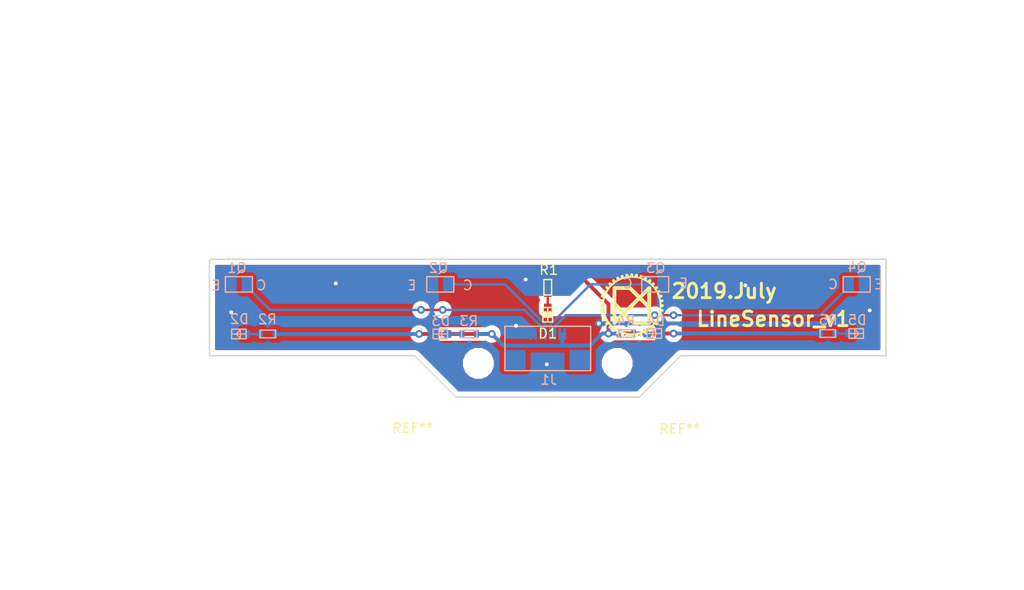
<source format=kicad_pcb>
(kicad_pcb (version 20171130) (host pcbnew "(5.0.0)")

  (general
    (thickness 0.8)
    (drawings 31)
    (tracks 95)
    (zones 0)
    (modules 18)
    (nets 12)
  )

  (page A4)
  (layers
    (0 F.Cu signal)
    (31 B.Cu signal)
    (32 B.Adhes user)
    (33 F.Adhes user)
    (34 B.Paste user)
    (35 F.Paste user)
    (36 B.SilkS user)
    (37 F.SilkS user)
    (38 B.Mask user)
    (39 F.Mask user)
    (40 Dwgs.User user)
    (41 Cmts.User user)
    (42 Eco1.User user)
    (43 Eco2.User user)
    (44 Edge.Cuts user)
    (45 Margin user)
    (46 B.CrtYd user)
    (47 F.CrtYd user)
    (48 B.Fab user)
    (49 F.Fab user)
  )

  (setup
    (last_trace_width 0.25)
    (user_trace_width 0.4)
    (trace_clearance 0.2)
    (zone_clearance 0.508)
    (zone_45_only no)
    (trace_min 0.2)
    (segment_width 0.2)
    (edge_width 0.15)
    (via_size 0.8)
    (via_drill 0.4)
    (via_min_size 0.4)
    (via_min_drill 0.3)
    (uvia_size 0.3)
    (uvia_drill 0.1)
    (uvias_allowed no)
    (uvia_min_size 0.2)
    (uvia_min_drill 0.1)
    (pcb_text_width 0.3)
    (pcb_text_size 1.5 1.5)
    (mod_edge_width 0.15)
    (mod_text_size 1 1)
    (mod_text_width 0.15)
    (pad_size 1.524 1.524)
    (pad_drill 0.762)
    (pad_to_mask_clearance 0.2)
    (aux_axis_origin 0 0)
    (visible_elements 7FFFFFFF)
    (pcbplotparams
      (layerselection 0x010fc_ffffffff)
      (usegerberextensions false)
      (usegerberattributes false)
      (usegerberadvancedattributes false)
      (creategerberjobfile false)
      (excludeedgelayer true)
      (linewidth 0.100000)
      (plotframeref false)
      (viasonmask false)
      (mode 1)
      (useauxorigin false)
      (hpglpennumber 1)
      (hpglpenspeed 20)
      (hpglpendiameter 15.000000)
      (psnegative false)
      (psa4output false)
      (plotreference true)
      (plotvalue true)
      (plotinvisibletext false)
      (padsonsilk false)
      (subtractmaskfromsilk false)
      (outputformat 1)
      (mirror false)
      (drillshape 1)
      (scaleselection 1)
      (outputdirectory ""))
  )

  (net 0 "")
  (net 1 GND)
  (net 2 "Net-(D1-Pad2)")
  (net 3 "Net-(D2-Pad2)")
  (net 4 "Net-(D3-Pad2)")
  (net 5 "Net-(D4-Pad2)")
  (net 6 "Net-(D5-Pad2)")
  (net 7 LINE_SENSOR3)
  (net 8 LINE_SENSOR2)
  (net 9 LINE_SENSOR1)
  (net 10 +3V3)
  (net 11 LINE_SENSOR4)

  (net_class Default "これはデフォルトのネット クラスです。"
    (clearance 0.2)
    (trace_width 0.25)
    (via_dia 0.8)
    (via_drill 0.4)
    (uvia_dia 0.3)
    (uvia_drill 0.1)
    (add_net +3V3)
    (add_net GND)
    (add_net LINE_SENSOR1)
    (add_net LINE_SENSOR2)
    (add_net LINE_SENSOR3)
    (add_net LINE_SENSOR4)
    (add_net "Net-(D1-Pad2)")
    (add_net "Net-(D2-Pad2)")
    (add_net "Net-(D3-Pad2)")
    (add_net "Net-(D4-Pad2)")
    (add_net "Net-(D5-Pad2)")
  )

  (module Mounting_Holes:MountingHole_2.2mm_M2_ISO14580 (layer F.Cu) (tedit 56D1B4CB) (tstamp 5D204C93)
    (at 139.8 92.3)
    (descr "Mounting Hole 2.2mm, no annular, M2, ISO14580")
    (tags "mounting hole 2.2mm no annular m2 iso14580")
    (attr virtual)
    (fp_text reference REF** (at -6.8 6.7) (layer F.SilkS)
      (effects (font (size 1 1) (thickness 0.15)))
    )
    (fp_text value MountingHole_2.2mm_M2_ISO14580 (at -6.9 8.9) (layer F.Fab)
      (effects (font (size 1 1) (thickness 0.15)))
    )
    (fp_circle (center 0 0) (end 2.15 0) (layer F.CrtYd) (width 0.05))
    (fp_circle (center 0 0) (end 1.9 0) (layer Cmts.User) (width 0.15))
    (fp_text user %R (at 0.3 0) (layer F.Fab)
      (effects (font (size 1 1) (thickness 0.15)))
    )
    (pad 1 np_thru_hole circle (at 0 0) (size 2.2 2.2) (drill 2.2) (layers *.Cu *.Mask))
  )

  (module "Footprint:LED 1608" (layer F.Cu) (tedit 5B79142B) (tstamp 5D215417)
    (at 147.9 88.7 90)
    (path /5D2D212A)
    (fp_text reference D1 (at -0.5 -0.9 180) (layer F.SilkS)
      (effects (font (size 1 1) (thickness 0.15)))
    )
    (fp_text value OSHR1608 (at 1.4 1 90) (layer F.Fab)
      (effects (font (size 1 1) (thickness 0.15)))
    )
    (fp_line (start 0.7 -1.4) (end 2.2 -1.4) (layer F.SilkS) (width 0.15))
    (fp_line (start 2.2 -1.4) (end 2.2 -0.4) (layer F.SilkS) (width 0.15))
    (fp_line (start 2.2 -0.4) (end 0.7 -0.4) (layer F.SilkS) (width 0.15))
    (fp_line (start 0.7 -0.4) (end 0.7 -1.4) (layer F.SilkS) (width 0.15))
    (fp_line (start 1.6 -1.4) (end 1.2 -0.9) (layer F.SilkS) (width 0.15))
    (fp_line (start 1.2 -0.9) (end 1.6 -0.4) (layer F.SilkS) (width 0.15))
    (fp_line (start 1.6 -0.4) (end 1.6 -1.4) (layer F.SilkS) (width 0.15))
    (fp_line (start 1.2 -1.4) (end 1.2 -0.4) (layer F.SilkS) (width 0.15))
    (fp_line (start 0.7 -0.9) (end 2.2 -0.9) (layer F.SilkS) (width 0.15))
    (pad 1 smd rect (at 0.7 -0.9 90) (size 0.8 0.8) (layers F.Cu F.Paste F.Mask)
      (net 1 GND))
    (pad 2 smd rect (at 2.2 -0.9 90) (size 0.8 0.8) (layers F.Cu F.Paste F.Mask)
      (net 2 "Net-(D1-Pad2)"))
  )

  (module Footprint:SIR19-21C (layer B.Cu) (tedit 5B81141F) (tstamp 5D215425)
    (at 114.2 89.25)
    (path /5D2CF716)
    (fp_text reference D2 (at 0.8 -1.55) (layer B.SilkS)
      (effects (font (size 1 1) (thickness 0.15)) (justify mirror))
    )
    (fp_text value SIR19-21C/TR8 (at 0.5 -2.5) (layer B.Fab)
      (effects (font (size 1 1) (thickness 0.15)) (justify mirror))
    )
    (fp_line (start 1.5 0.5) (end 0 0.5) (layer B.SilkS) (width 0.15))
    (fp_line (start 1.5 -0.5) (end 1.5 0.5) (layer B.SilkS) (width 0.15))
    (fp_line (start 0 -0.5) (end 1.5 -0.5) (layer B.SilkS) (width 0.15))
    (fp_line (start 0 0.5) (end 0 -0.5) (layer B.SilkS) (width 0.15))
    (fp_line (start 1.5 0) (end 0 0) (layer B.SilkS) (width 0.15))
    (fp_line (start 0.9 0.5) (end 0.5 0) (layer B.SilkS) (width 0.15))
    (fp_line (start 0.5 0) (end 0.9 -0.5) (layer B.SilkS) (width 0.15))
    (fp_line (start 0.9 -0.5) (end 0.9 0.5) (layer B.SilkS) (width 0.15))
    (pad 2 smd rect (at 1.5 0) (size 0.8 0.8) (layers B.Cu B.Paste B.Mask)
      (net 3 "Net-(D2-Pad2)"))
    (pad 1 smd rect (at 0 0) (size 0.8 0.8) (layers B.Cu B.Paste B.Mask)
      (net 1 GND))
  )

  (module Footprint:SIR19-21C (layer B.Cu) (tedit 5B81141F) (tstamp 5D215433)
    (at 135.1 89.25)
    (path /5D2CFDA4)
    (fp_text reference D3 (at 0.8 -1.35) (layer B.SilkS)
      (effects (font (size 1 1) (thickness 0.15)) (justify mirror))
    )
    (fp_text value SIR19-21C/TR8 (at 0.5 -2.5) (layer B.Fab)
      (effects (font (size 1 1) (thickness 0.15)) (justify mirror))
    )
    (fp_line (start 0.9 -0.5) (end 0.9 0.5) (layer B.SilkS) (width 0.15))
    (fp_line (start 0.5 0) (end 0.9 -0.5) (layer B.SilkS) (width 0.15))
    (fp_line (start 0.9 0.5) (end 0.5 0) (layer B.SilkS) (width 0.15))
    (fp_line (start 1.5 0) (end 0 0) (layer B.SilkS) (width 0.15))
    (fp_line (start 0 0.5) (end 0 -0.5) (layer B.SilkS) (width 0.15))
    (fp_line (start 0 -0.5) (end 1.5 -0.5) (layer B.SilkS) (width 0.15))
    (fp_line (start 1.5 -0.5) (end 1.5 0.5) (layer B.SilkS) (width 0.15))
    (fp_line (start 1.5 0.5) (end 0 0.5) (layer B.SilkS) (width 0.15))
    (pad 1 smd rect (at 0 0) (size 0.8 0.8) (layers B.Cu B.Paste B.Mask)
      (net 1 GND))
    (pad 2 smd rect (at 1.5 0) (size 0.8 0.8) (layers B.Cu B.Paste B.Mask)
      (net 4 "Net-(D3-Pad2)"))
  )

  (module Footprint:SIR19-21C (layer B.Cu) (tedit 5B81141F) (tstamp 5D215441)
    (at 158.8 89.2 180)
    (path /5D2CFFC3)
    (fp_text reference D4 (at 0.6 1.3 180) (layer B.SilkS)
      (effects (font (size 1 1) (thickness 0.15)) (justify mirror))
    )
    (fp_text value SIR19-21C/TR8 (at 0.5 -2.5 180) (layer B.Fab)
      (effects (font (size 1 1) (thickness 0.15)) (justify mirror))
    )
    (fp_line (start 1.5 0.5) (end 0 0.5) (layer B.SilkS) (width 0.15))
    (fp_line (start 1.5 -0.5) (end 1.5 0.5) (layer B.SilkS) (width 0.15))
    (fp_line (start 0 -0.5) (end 1.5 -0.5) (layer B.SilkS) (width 0.15))
    (fp_line (start 0 0.5) (end 0 -0.5) (layer B.SilkS) (width 0.15))
    (fp_line (start 1.5 0) (end 0 0) (layer B.SilkS) (width 0.15))
    (fp_line (start 0.9 0.5) (end 0.5 0) (layer B.SilkS) (width 0.15))
    (fp_line (start 0.5 0) (end 0.9 -0.5) (layer B.SilkS) (width 0.15))
    (fp_line (start 0.9 -0.5) (end 0.9 0.5) (layer B.SilkS) (width 0.15))
    (pad 2 smd rect (at 1.5 0 180) (size 0.8 0.8) (layers B.Cu B.Paste B.Mask)
      (net 5 "Net-(D4-Pad2)"))
    (pad 1 smd rect (at 0 0 180) (size 0.8 0.8) (layers B.Cu B.Paste B.Mask)
      (net 1 GND))
  )

  (module Footprint:SIR19-21C (layer B.Cu) (tedit 5B81141F) (tstamp 5D21544F)
    (at 179.75 89.2 180)
    (path /5D2D02CD)
    (fp_text reference D5 (at 0.65 1.4 180) (layer B.SilkS)
      (effects (font (size 1 1) (thickness 0.15)) (justify mirror))
    )
    (fp_text value SIR19-21C/TR8 (at 0.5 -2.5 180) (layer B.Fab)
      (effects (font (size 1 1) (thickness 0.15)) (justify mirror))
    )
    (fp_line (start 0.9 -0.5) (end 0.9 0.5) (layer B.SilkS) (width 0.15))
    (fp_line (start 0.5 0) (end 0.9 -0.5) (layer B.SilkS) (width 0.15))
    (fp_line (start 0.9 0.5) (end 0.5 0) (layer B.SilkS) (width 0.15))
    (fp_line (start 1.5 0) (end 0 0) (layer B.SilkS) (width 0.15))
    (fp_line (start 0 0.5) (end 0 -0.5) (layer B.SilkS) (width 0.15))
    (fp_line (start 0 -0.5) (end 1.5 -0.5) (layer B.SilkS) (width 0.15))
    (fp_line (start 1.5 -0.5) (end 1.5 0.5) (layer B.SilkS) (width 0.15))
    (fp_line (start 1.5 0.5) (end 0 0.5) (layer B.SilkS) (width 0.15))
    (pad 1 smd rect (at 0 0 180) (size 0.8 0.8) (layers B.Cu B.Paste B.Mask)
      (net 1 GND))
    (pad 2 smd rect (at 1.5 0 180) (size 0.8 0.8) (layers B.Cu B.Paste B.Mask)
      (net 6 "Net-(D5-Pad2)"))
  )

  (module "Footprint:CN-FFC(0.5)8PD" (layer F.Cu) (tedit 5D1F037F) (tstamp 5D215464)
    (at 147.05 90.85)
    (path /5D2F4948)
    (fp_text reference J1 (at 0.05 3.15) (layer B.SilkS)
      (effects (font (size 1 1) (thickness 0.15)) (justify mirror))
    )
    (fp_text value Conn_01x08 (at 0 -3.8) (layer F.Fab)
      (effects (font (size 1 1) (thickness 0.15)))
    )
    (fp_line (start 3.4 -2.4) (end 4.4 -2.4) (layer B.SilkS) (width 0.15))
    (fp_line (start 4.4 -2.4) (end 4.4 2.2) (layer B.SilkS) (width 0.15))
    (fp_line (start 3.4 2.2) (end 4.4 2.2) (layer B.SilkS) (width 0.15))
    (fp_line (start 3.402051 2.202373) (end -4.497949 2.202373) (layer B.SilkS) (width 0.15))
    (fp_line (start -4.497949 -2.397627) (end 3.402051 -2.397627) (layer B.SilkS) (width 0.15))
    (fp_line (start -4.5 -2.4) (end -4.5 2.2) (layer B.SilkS) (width 0.15))
    (pad 7 smd rect (at 1.2 -1.6) (size 0.23 1.25) (layers B.Cu B.Paste B.Mask)
      (net 10 +3V3))
    (pad 8 smd rect (at 1.7 -1.6) (size 0.23 1.25) (layers B.Cu B.Paste B.Mask)
      (net 10 +3V3))
    (pad 5 smd rect (at 0.2 -1.6) (size 0.23 1.25) (layers B.Cu B.Paste B.Mask)
      (net 8 LINE_SENSOR2))
    (pad "" smd rect (at -3.45 1.075) (size 1.8 2) (layers B.Cu B.Paste B.Mask))
    (pad 4 smd rect (at -0.3 -1.6) (size 0.23 1.25) (layers B.Cu B.Paste B.Mask)
      (net 7 LINE_SENSOR3))
    (pad 3 smd rect (at -0.8 -1.6) (size 0.23 1.25) (layers B.Cu B.Paste B.Mask)
      (net 11 LINE_SENSOR4))
    (pad 1 smd rect (at -1.8 -1.6) (size 0.23 1.25) (layers B.Cu B.Paste B.Mask)
      (net 1 GND))
    (pad 6 smd rect (at 0.7 -1.6) (size 0.23 1.25) (layers B.Cu B.Paste B.Mask)
      (net 9 LINE_SENSOR1))
    (pad "" smd rect (at 3.3 1.075) (size 2.2 2) (layers B.Cu B.Paste B.Mask))
    (pad "" smd rect (at -3.45 1.075) (size 2.2 2) (layers B.Cu B.Paste B.Mask))
    (pad 2 smd rect (at -1.3 -1.6) (size 0.23 1.25) (layers B.Cu B.Paste B.Mask)
      (net 1 GND))
  )

  (module Footprint:TEMT7100X01 (layer B.Cu) (tedit 5B7E8301) (tstamp 5D215470)
    (at 115.75 84.1 180)
    (path /5D2CFB00)
    (fp_text reference Q1 (at 1 1.7 180) (layer B.SilkS)
      (effects (font (size 1 1) (thickness 0.15)) (justify mirror))
    )
    (fp_text value TEMT7100X01 (at 0.9 -2.4 180) (layer B.Fab)
      (effects (font (size 1 1) (thickness 0.15)) (justify mirror))
    )
    (fp_line (start -0.6 0.8) (end -0.6 -0.8) (layer B.SilkS) (width 0.15))
    (fp_line (start -0.6 -0.8) (end 2.2 -0.8) (layer B.SilkS) (width 0.15))
    (fp_line (start 2.2 -0.8) (end 2.2 0.8) (layer B.SilkS) (width 0.15))
    (fp_line (start 2.2 0.8) (end -0.6 0.8) (layer B.SilkS) (width 0.15))
    (fp_text user E (at 3.15 -0.1 180) (layer B.SilkS)
      (effects (font (size 1 1) (thickness 0.15)) (justify mirror))
    )
    (fp_text user C (at -1.55 -0.1 180) (layer B.SilkS)
      (effects (font (size 1 1) (thickness 0.15)) (justify mirror))
    )
    (pad 1 smd rect (at 0 0 180) (size 1 1.45) (layers B.Cu B.Paste B.Mask)
      (net 11 LINE_SENSOR4))
    (pad 2 smd rect (at 1.6 0 180) (size 1 1.45) (layers B.Cu B.Paste B.Mask)
      (net 1 GND))
  )

  (module Footprint:TEMT7100X01 (layer B.Cu) (tedit 5B7E8301) (tstamp 5D2048F4)
    (at 136.65 84.1 180)
    (path /5D2CFDC1)
    (fp_text reference Q2 (at 1 1.7 180) (layer B.SilkS)
      (effects (font (size 1 1) (thickness 0.15)) (justify mirror))
    )
    (fp_text value TEMT7100X01 (at 0.9 -2.4 180) (layer B.Fab)
      (effects (font (size 1 1) (thickness 0.15)) (justify mirror))
    )
    (fp_text user C (at -2.05 -0.1 180) (layer B.SilkS)
      (effects (font (size 1 1) (thickness 0.15)) (justify mirror))
    )
    (fp_text user E (at 3.75 -0.1 180) (layer B.SilkS)
      (effects (font (size 1 1) (thickness 0.15)) (justify mirror))
    )
    (fp_line (start 2.2 0.8) (end -0.6 0.8) (layer B.SilkS) (width 0.15))
    (fp_line (start 2.2 -0.8) (end 2.2 0.8) (layer B.SilkS) (width 0.15))
    (fp_line (start -0.6 -0.8) (end 2.2 -0.8) (layer B.SilkS) (width 0.15))
    (fp_line (start -0.6 0.8) (end -0.6 -0.8) (layer B.SilkS) (width 0.15))
    (pad 2 smd rect (at 1.6 0 180) (size 1 1.45) (layers B.Cu B.Paste B.Mask)
      (net 1 GND))
    (pad 1 smd rect (at 0 0 180) (size 1 1.45) (layers B.Cu B.Paste B.Mask)
      (net 7 LINE_SENSOR3))
  )

  (module Footprint:TEMT7100X01 (layer B.Cu) (tedit 5B7E8301) (tstamp 5D215488)
    (at 157.35 84.1)
    (path /5D2CFFE0)
    (fp_text reference Q3 (at 0.85 -1.7) (layer B.SilkS)
      (effects (font (size 1 1) (thickness 0.15)) (justify mirror))
    )
    (fp_text value TEMT7100X01 (at 0.9 -2.4) (layer B.Fab)
      (effects (font (size 1 1) (thickness 0.15)) (justify mirror))
    )
    (fp_line (start -0.6 0.8) (end -0.6 -0.8) (layer B.SilkS) (width 0.15))
    (fp_line (start -0.6 -0.8) (end 2.2 -0.8) (layer B.SilkS) (width 0.15))
    (fp_line (start 2.2 -0.8) (end 2.2 0.8) (layer B.SilkS) (width 0.15))
    (fp_line (start 2.2 0.8) (end -0.6 0.8) (layer B.SilkS) (width 0.15))
    (fp_text user E (at 3.75 -0.1) (layer B.SilkS)
      (effects (font (size 1 1) (thickness 0.15)) (justify mirror))
    )
    (fp_text user C (at -2.05 -0.1) (layer B.SilkS)
      (effects (font (size 1 1) (thickness 0.15)) (justify mirror))
    )
    (pad 1 smd rect (at 0 0) (size 1 1.45) (layers B.Cu B.Paste B.Mask)
      (net 8 LINE_SENSOR2))
    (pad 2 smd rect (at 1.6 0) (size 1 1.45) (layers B.Cu B.Paste B.Mask)
      (net 1 GND))
  )

  (module Footprint:TEMT7100X01 (layer B.Cu) (tedit 5B7E8301) (tstamp 5D215494)
    (at 178.25 84.1)
    (path /5D2D02EA)
    (fp_text reference Q4 (at 0.85 -1.8) (layer B.SilkS)
      (effects (font (size 1 1) (thickness 0.15)) (justify mirror))
    )
    (fp_text value TEMT7100X01 (at 0.9 -2.4) (layer B.Fab)
      (effects (font (size 1 1) (thickness 0.15)) (justify mirror))
    )
    (fp_text user C (at -1.65 0) (layer B.SilkS)
      (effects (font (size 1 1) (thickness 0.15)) (justify mirror))
    )
    (fp_text user E (at 3.05 0) (layer B.SilkS)
      (effects (font (size 1 1) (thickness 0.15)) (justify mirror))
    )
    (fp_line (start 2.2 0.8) (end -0.6 0.8) (layer B.SilkS) (width 0.15))
    (fp_line (start 2.2 -0.8) (end 2.2 0.8) (layer B.SilkS) (width 0.15))
    (fp_line (start -0.6 -0.8) (end 2.2 -0.8) (layer B.SilkS) (width 0.15))
    (fp_line (start -0.6 0.8) (end -0.6 -0.8) (layer B.SilkS) (width 0.15))
    (pad 2 smd rect (at 1.6 0) (size 1 1.45) (layers B.Cu B.Paste B.Mask)
      (net 1 GND))
    (pad 1 smd rect (at 0 0) (size 1 1.45) (layers B.Cu B.Paste B.Mask)
      (net 9 LINE_SENSOR1))
  )

  (module Footprint:R_1608_HandSoldering (layer F.Cu) (tedit 5B84D382) (tstamp 5D21549E)
    (at 145.4 82.25 270)
    (path /5D2D2131)
    (fp_text reference R1 (at 0.35 -1.7) (layer F.SilkS)
      (effects (font (size 1 1) (thickness 0.15)))
    )
    (fp_text value 330 (at 2.875 0.225 270) (layer F.Fab)
      (effects (font (size 1 1) (thickness 0.15)))
    )
    (fp_line (start 2.95 -2) (end 2.95 -1.2) (layer F.SilkS) (width 0.15))
    (fp_line (start 1.35 -1.2) (end 2.95 -1.2) (layer F.SilkS) (width 0.15))
    (fp_line (start 1.35 -2) (end 1.35 -1.2) (layer F.SilkS) (width 0.15))
    (fp_line (start 1.35 -2) (end 2.95 -2) (layer F.SilkS) (width 0.15))
    (pad 1 smd rect (at 1.4 -1.6 270) (size 0.5 0.8) (layers F.Cu F.Paste F.Mask)
      (net 10 +3V3))
    (pad 2 smd rect (at 2.9 -1.6 270) (size 0.5 0.8) (layers F.Cu F.Paste F.Mask)
      (net 2 "Net-(D1-Pad2)"))
    (model C:/_underbird_file/3DCAD/electronic_parts/tip_1608.stp
      (offset (xyz 1.65 1.2 0))
      (scale (xyz 1 1 1))
      (rotate (xyz 0 0 0))
    )
  )

  (module Footprint:R_1608_HandSoldering (layer B.Cu) (tedit 5B84D382) (tstamp 5D2154A8)
    (at 120.1 90.85 180)
    (path /5D2CF78E)
    (fp_text reference R2 (at 2.2 3.125 180) (layer B.SilkS)
      (effects (font (size 1 1) (thickness 0.15)) (justify mirror))
    )
    (fp_text value 39 (at 2.875 -0.225 180) (layer B.Fab)
      (effects (font (size 1 1) (thickness 0.15)) (justify mirror))
    )
    (fp_line (start 2.95 2) (end 2.95 1.2) (layer B.SilkS) (width 0.15))
    (fp_line (start 1.35 1.2) (end 2.95 1.2) (layer B.SilkS) (width 0.15))
    (fp_line (start 1.35 2) (end 1.35 1.2) (layer B.SilkS) (width 0.15))
    (fp_line (start 1.35 2) (end 2.95 2) (layer B.SilkS) (width 0.15))
    (pad 1 smd rect (at 1.4 1.6 180) (size 0.5 0.8) (layers B.Cu B.Paste B.Mask)
      (net 10 +3V3))
    (pad 2 smd rect (at 2.9 1.6 180) (size 0.5 0.8) (layers B.Cu B.Paste B.Mask)
      (net 3 "Net-(D2-Pad2)"))
    (model C:/_underbird_file/3DCAD/electronic_parts/tip_1608.stp
      (offset (xyz 1.65 1.2 0))
      (scale (xyz 1 1 1))
      (rotate (xyz 0 0 0))
    )
  )

  (module Footprint:R_1608_HandSoldering (layer B.Cu) (tedit 5B84D382) (tstamp 5D2154B2)
    (at 141 90.85 180)
    (path /5D2CFDAB)
    (fp_text reference R3 (at 2.2 2.95 180) (layer B.SilkS)
      (effects (font (size 1 1) (thickness 0.15)) (justify mirror))
    )
    (fp_text value 39 (at 2.875 -0.225 180) (layer B.Fab)
      (effects (font (size 1 1) (thickness 0.15)) (justify mirror))
    )
    (fp_line (start 1.35 2) (end 2.95 2) (layer B.SilkS) (width 0.15))
    (fp_line (start 1.35 2) (end 1.35 1.2) (layer B.SilkS) (width 0.15))
    (fp_line (start 1.35 1.2) (end 2.95 1.2) (layer B.SilkS) (width 0.15))
    (fp_line (start 2.95 2) (end 2.95 1.2) (layer B.SilkS) (width 0.15))
    (pad 2 smd rect (at 2.9 1.6 180) (size 0.5 0.8) (layers B.Cu B.Paste B.Mask)
      (net 4 "Net-(D3-Pad2)"))
    (pad 1 smd rect (at 1.4 1.6 180) (size 0.5 0.8) (layers B.Cu B.Paste B.Mask)
      (net 10 +3V3))
    (model C:/_underbird_file/3DCAD/electronic_parts/tip_1608.stp
      (offset (xyz 1.65 1.2 0))
      (scale (xyz 1 1 1))
      (rotate (xyz 0 0 0))
    )
  )

  (module Footprint:R_1608_HandSoldering (layer B.Cu) (tedit 5B84D382) (tstamp 5D2154BC)
    (at 153 87.6)
    (path /5D2CFFCA)
    (fp_text reference R4 (at 2.1 0.3) (layer B.SilkS)
      (effects (font (size 1 1) (thickness 0.15)) (justify mirror))
    )
    (fp_text value 39 (at 2.875 -0.225) (layer B.Fab)
      (effects (font (size 1 1) (thickness 0.15)) (justify mirror))
    )
    (fp_line (start 2.95 2) (end 2.95 1.2) (layer B.SilkS) (width 0.15))
    (fp_line (start 1.35 1.2) (end 2.95 1.2) (layer B.SilkS) (width 0.15))
    (fp_line (start 1.35 2) (end 1.35 1.2) (layer B.SilkS) (width 0.15))
    (fp_line (start 1.35 2) (end 2.95 2) (layer B.SilkS) (width 0.15))
    (pad 1 smd rect (at 1.4 1.6) (size 0.5 0.8) (layers B.Cu B.Paste B.Mask)
      (net 10 +3V3))
    (pad 2 smd rect (at 2.9 1.6) (size 0.5 0.8) (layers B.Cu B.Paste B.Mask)
      (net 5 "Net-(D4-Pad2)"))
    (model C:/_underbird_file/3DCAD/electronic_parts/tip_1608.stp
      (offset (xyz 1.65 1.2 0))
      (scale (xyz 1 1 1))
      (rotate (xyz 0 0 0))
    )
  )

  (module Footprint:R_1608_HandSoldering (layer B.Cu) (tedit 5B84D382) (tstamp 5D2154C6)
    (at 173.9 87.6)
    (path /5D2D02D4)
    (fp_text reference R5 (at 2.2 0.2) (layer B.SilkS)
      (effects (font (size 1 1) (thickness 0.15)) (justify mirror))
    )
    (fp_text value 39 (at 2.875 -0.225) (layer B.Fab)
      (effects (font (size 1 1) (thickness 0.15)) (justify mirror))
    )
    (fp_line (start 1.35 2) (end 2.95 2) (layer B.SilkS) (width 0.15))
    (fp_line (start 1.35 2) (end 1.35 1.2) (layer B.SilkS) (width 0.15))
    (fp_line (start 1.35 1.2) (end 2.95 1.2) (layer B.SilkS) (width 0.15))
    (fp_line (start 2.95 2) (end 2.95 1.2) (layer B.SilkS) (width 0.15))
    (pad 2 smd rect (at 2.9 1.6) (size 0.5 0.8) (layers B.Cu B.Paste B.Mask)
      (net 6 "Net-(D5-Pad2)"))
    (pad 1 smd rect (at 1.4 1.6) (size 0.5 0.8) (layers B.Cu B.Paste B.Mask)
      (net 10 +3V3))
    (model C:/_underbird_file/3DCAD/electronic_parts/tip_1608.stp
      (offset (xyz 1.65 1.2 0))
      (scale (xyz 1 1 1))
      (rotate (xyz 0 0 0))
    )
  )

  (module Mounting_Holes:MountingHole_2.2mm_M2_ISO14580 (layer F.Cu) (tedit 56D1B4CB) (tstamp 5D204C50)
    (at 154.2 92.3)
    (descr "Mounting Hole 2.2mm, no annular, M2, ISO14580")
    (tags "mounting hole 2.2mm no annular m2 iso14580")
    (attr virtual)
    (fp_text reference REF** (at 6.5 6.8) (layer F.SilkS)
      (effects (font (size 1 1) (thickness 0.15)))
    )
    (fp_text value MountingHole_2.2mm_M2_ISO14580 (at 5.8 8.9) (layer F.Fab)
      (effects (font (size 1 1) (thickness 0.15)))
    )
    (fp_text user %R (at 0.3 0) (layer F.Fab)
      (effects (font (size 1 1) (thickness 0.15)))
    )
    (fp_circle (center 0 0) (end 1.9 0) (layer Cmts.User) (width 0.15))
    (fp_circle (center 0 0) (end 2.15 0) (layer F.CrtYd) (width 0.05))
    (pad 1 np_thru_hole circle (at 0 0) (size 2.2 2.2) (drill 2.2) (layers *.Cu *.Mask))
  )

  (module sh:sh_2000 (layer F.Cu) (tedit 0) (tstamp 5D243B68)
    (at 155.7 86.3)
    (fp_text reference G*** (at 0 0) (layer F.SilkS) hide
      (effects (font (size 1.524 1.524) (thickness 0.3)))
    )
    (fp_text value LOGO (at 0.75 0) (layer F.SilkS) hide
      (effects (font (size 1.524 1.524) (thickness 0.3)))
    )
    (fp_poly (pts (xy -0.846278 -2.012796) (xy -0.70778 -2.01235) (xy -0.578249 -2.01164) (xy -0.459895 -2.01069)
      (xy -0.354931 -2.009528) (xy -0.265567 -2.008179) (xy -0.194013 -2.006669) (xy -0.142481 -2.005025)
      (xy -0.113181 -2.003274) (xy -0.10795 -2.002489) (xy -0.089994 -1.991764) (xy -0.057286 -1.965206)
      (xy -0.009391 -1.922405) (xy 0.054124 -1.862954) (xy 0.133695 -1.786443) (xy 0.229756 -1.692462)
      (xy 0.342744 -1.580603) (xy 0.38123 -1.542276) (xy 0.832311 -1.092524) (xy 1.27023 -1.531345)
      (xy 1.358214 -1.619185) (xy 1.441689 -1.701901) (xy 1.518765 -1.777664) (xy 1.58755 -1.844643)
      (xy 1.646154 -1.901008) (xy 1.692684 -1.944927) (xy 1.72525 -1.974571) (xy 1.74196 -1.988109)
      (xy 1.742444 -1.988383) (xy 1.791685 -2.003285) (xy 1.849834 -2.004966) (xy 1.904153 -1.993495)
      (xy 1.917966 -1.987413) (xy 1.948881 -1.964408) (xy 1.979961 -1.93087) (xy 1.987185 -1.920965)
      (xy 2.019299 -1.873704) (xy 2.019299 -0.012729) (xy 2.01929 0.241407) (xy 2.019252 0.471381)
      (xy 2.019169 0.678433) (xy 2.019027 0.863801) (xy 2.01881 1.028724) (xy 2.018503 1.17444)
      (xy 2.01809 1.302188) (xy 2.017556 1.413206) (xy 2.016886 1.508734) (xy 2.016065 1.59001)
      (xy 2.015076 1.658272) (xy 2.013906 1.71476) (xy 2.012538 1.760711) (xy 2.010957 1.797365)
      (xy 2.009148 1.825961) (xy 2.007096 1.847736) (xy 2.004785 1.86393) (xy 2.002199 1.875782)
      (xy 1.999325 1.884529) (xy 1.996145 1.891411) (xy 1.995737 1.892181) (xy 1.965403 1.930138)
      (xy 1.921996 1.962569) (xy 1.917539 1.965008) (xy 1.862904 1.9939) (xy 1.013167 1.9939)
      (xy 0.824182 1.993737) (xy 0.659831 1.99324) (xy 0.51935 1.992397) (xy 0.401975 1.991196)
      (xy 0.306941 1.989624) (xy 0.233484 1.987669) (xy 0.180841 1.98532) (xy 0.148247 1.982563)
      (xy 0.13569 1.979868) (xy 0.121419 1.968328) (xy 0.091064 1.940578) (xy 0.046464 1.898399)
      (xy -0.010539 1.843576) (xy -0.078104 1.777889) (xy -0.154388 1.703123) (xy -0.237551 1.621061)
      (xy -0.325751 1.533484) (xy -0.339639 1.519646) (xy -0.787227 1.073457) (xy -1.234989 1.52026)
      (xy -1.324034 1.608676) (xy -1.408611 1.691816) (xy -1.486846 1.767895) (xy -1.556862 1.835126)
      (xy -1.616782 1.891725) (xy -1.664733 1.935906) (xy -1.698837 1.965884) (xy -1.717218 1.979873)
      (xy -1.718502 1.980481) (xy -1.776534 1.992938) (xy -1.834622 1.984428) (xy -1.875781 1.967481)
      (xy -1.923846 1.933625) (xy -1.955156 1.887282) (xy -1.958722 1.879637) (xy -1.961947 1.87133)
      (xy -1.964848 1.861111) (xy -1.967442 1.847726) (xy -1.969746 1.829922) (xy -1.971777 1.806448)
      (xy -1.973553 1.776051) (xy -1.97509 1.737478) (xy -1.976406 1.689478) (xy -1.977518 1.630797)
      (xy -1.978444 1.560185) (xy -1.979199 1.476387) (xy -1.979803 1.378152) (xy -1.980012 1.327073)
      (xy -1.5875 1.327073) (xy -1.324014 1.063586) (xy -1.060527 0.8001) (xy -1.060588 0.800039)
      (xy -0.51426 0.800039) (xy -0.114331 1.200119) (xy 0.285598 1.6002) (xy 1.6256 1.6002)
      (xy 1.6256 0.260198) (xy 1.225519 -0.139731) (xy 0.825439 -0.53966) (xy 0.15559 0.13019)
      (xy -0.51426 0.800039) (xy -1.060588 0.800039) (xy -1.324014 0.536613) (xy -1.5875 0.273126)
      (xy -1.5875 1.327073) (xy -1.980012 1.327073) (xy -1.980271 1.264227) (xy -1.98062 1.13336)
      (xy -1.980869 0.984299) (xy -1.981034 0.815791) (xy -1.981133 0.626584) (xy -1.981182 0.415425)
      (xy -1.981199 0.181063) (xy -1.9812 -0.011616) (xy -1.981236 -0.269097) (xy -1.981302 -0.502399)
      (xy -1.981343 -0.712744) (xy -1.9813 -0.901353) (xy -1.981115 -1.069448) (xy -1.98073 -1.218249)
      (xy -1.980088 -1.348978) (xy -1.979131 -1.462857) (xy -1.977801 -1.561106) (xy -1.976447 -1.6256)
      (xy -1.5875 -1.6256) (xy -1.5875 -0.273199) (xy -1.190701 0.12375) (xy -1.108021 0.20632)
      (xy -1.030887 0.283077) (xy -0.961143 0.352207) (xy -0.900632 0.411896) (xy -0.851196 0.460332)
      (xy -0.814677 0.495698) (xy -0.792919 0.516183) (xy -0.787431 0.5207) (xy -0.777629 0.511942)
      (xy -0.751298 0.486601) (xy -0.70985 0.446074) (xy -0.654695 0.39176) (xy -0.587245 0.325055)
      (xy -0.50891 0.247358) (xy -0.421102 0.160065) (xy -0.325232 0.064576) (xy -0.22271 -0.037712)
      (xy -0.114949 -0.145402) (xy -0.114315 -0.146036) (xy 0.55233 -0.812771) (xy 0.545724 -0.81938)
      (xy 1.104897 -0.81938) (xy 1.361957 -0.56209) (xy 1.427958 -0.49614) (xy 1.487916 -0.436441)
      (xy 1.539549 -0.385246) (xy 1.580581 -0.344807) (xy 1.60873 -0.317376) (xy 1.621717 -0.305207)
      (xy 1.622308 -0.3048) (xy 1.62302 -0.317057) (xy 1.623678 -0.352049) (xy 1.624267 -0.407113)
      (xy 1.624769 -0.479586) (xy 1.625168 -0.566804) (xy 1.625445 -0.666102) (xy 1.625586 -0.774818)
      (xy 1.6256 -0.822209) (xy 1.6256 -1.339618) (xy 1.365248 -1.079499) (xy 1.104897 -0.81938)
      (xy 0.545724 -0.81938) (xy -0.260202 -1.625601) (xy -0.923851 -1.6256) (xy -1.5875 -1.6256)
      (xy -1.976447 -1.6256) (xy -1.97604 -1.644947) (xy -1.973791 -1.715601) (xy -1.970995 -1.77429)
      (xy -1.967595 -1.822235) (xy -1.963533 -1.860656) (xy -1.958752 -1.890777) (xy -1.953192 -1.913817)
      (xy -1.946797 -1.930998) (xy -1.939509 -1.943542) (xy -1.93127 -1.952669) (xy -1.922022 -1.959601)
      (xy -1.911708 -1.96556) (xy -1.900269 -1.971766) (xy -1.888073 -1.979159) (xy -1.837015 -2.01295)
      (xy -0.991533 -2.01295) (xy -0.846278 -2.012796)) (layer F.SilkS) (width 0.01))
    (fp_poly (pts (xy 0.154665 -3.184525) (xy 0.199218 -3.04165) (xy 0.245362 -3.037727) (xy 0.291506 -3.033803)
      (xy 0.358198 -3.167902) (xy 0.387814 -3.227069) (xy 0.41053 -3.266784) (xy 0.431408 -3.289999)
      (xy 0.455508 -3.29967) (xy 0.487893 -3.29875) (xy 0.533623 -3.290193) (xy 0.558655 -3.284901)
      (xy 0.628361 -3.27025) (xy 0.6509 -3.125089) (xy 0.660145 -3.067524) (xy 0.668363 -3.019954)
      (xy 0.674627 -2.98753) (xy 0.677895 -2.975472) (xy 0.691967 -2.969244) (xy 0.720004 -2.960221)
      (xy 0.721924 -2.959667) (xy 0.739047 -2.955601) (xy 0.753379 -2.956775) (xy 0.768481 -2.966296)
      (xy 0.787916 -2.987268) (xy 0.815243 -3.022796) (xy 0.851786 -3.072897) (xy 0.942075 -3.197477)
      (xy 1.033012 -3.169856) (xy 1.12395 -3.142235) (xy 1.13665 -2.829547) (xy 1.17475 -2.813275)
      (xy 1.191369 -2.807024) (xy 1.20593 -2.80618) (xy 1.222494 -2.813259) (xy 1.245125 -2.830777)
      (xy 1.277887 -2.861251) (xy 1.32214 -2.904536) (xy 1.43143 -3.012068) (xy 1.522344 -2.966284)
      (xy 1.568028 -2.942291) (xy 1.594643 -2.924883) (xy 1.606359 -2.9104) (xy 1.607348 -2.895176)
      (xy 1.606732 -2.892176) (xy 1.601947 -2.867504) (xy 1.594558 -2.824979) (xy 1.585807 -2.771855)
      (xy 1.581248 -2.7432) (xy 1.572695 -2.687434) (xy 1.568459 -2.651235) (xy 1.568911 -2.629083)
      (xy 1.574418 -2.615455) (xy 1.585349 -2.604829) (xy 1.59077 -2.600608) (xy 1.61645 -2.584315)
      (xy 1.633463 -2.578383) (xy 1.648819 -2.585371) (xy 1.679904 -2.604578) (xy 1.722104 -2.633011)
      (xy 1.767736 -2.665444) (xy 1.887796 -2.752787) (xy 1.961728 -2.69748) (xy 1.998633 -2.669683)
      (xy 2.026953 -2.647999) (xy 2.041075 -2.636731) (xy 2.041497 -2.636337) (xy 2.040002 -2.622734)
      (xy 2.031596 -2.590057) (xy 2.017664 -2.543242) (xy 2.000057 -2.488623) (xy 1.952782 -2.346746)
      (xy 1.984189 -2.315338) (xy 2.015596 -2.283931) (xy 2.155055 -2.353872) (xy 2.294513 -2.423813)
      (xy 2.437531 -2.280795) (xy 2.365388 -2.143538) (xy 2.293245 -2.006282) (xy 2.356002 -1.943525)
      (xy 2.500043 -1.988637) (xy 2.556484 -2.005729) (xy 2.603531 -2.018872) (xy 2.636254 -2.026765)
      (xy 2.649712 -2.028121) (xy 2.666062 -2.008785) (xy 2.68911 -1.978119) (xy 2.714212 -1.942782)
      (xy 2.736721 -1.909433) (xy 2.751992 -1.884731) (xy 2.7559 -1.875923) (xy 2.748787 -1.861459)
      (xy 2.729521 -1.831363) (xy 2.701207 -1.790312) (xy 2.67335 -1.751663) (xy 2.639862 -1.704591)
      (xy 2.612958 -1.664017) (xy 2.595757 -1.634826) (xy 2.591082 -1.622872) (xy 2.598542 -1.601359)
      (xy 2.613307 -1.578055) (xy 2.621016 -1.568198) (xy 2.629125 -1.561208) (xy 2.641048 -1.55727)
      (xy 2.660196 -1.556571) (xy 2.689982 -1.559294) (xy 2.73382 -1.565625) (xy 2.795122 -1.57575)
      (xy 2.877301 -1.589854) (xy 2.898775 -1.593553) (xy 2.917125 -1.5948) (xy 2.931767 -1.588218)
      (xy 2.946837 -1.569468) (xy 2.966471 -1.534209) (xy 2.979233 -1.509148) (xy 3.024767 -1.418731)
      (xy 2.916506 -1.309441) (xy 2.808245 -1.20015) (xy 2.825742 -1.159273) (xy 2.843239 -1.118395)
      (xy 2.997634 -1.114823) (xy 3.152028 -1.11125) (xy 3.180747 -1.020602) (xy 3.209467 -0.929954)
      (xy 3.090785 -0.84501) (xy 3.043371 -0.810643) (xy 3.004116 -0.781375) (xy 2.977342 -0.760484)
      (xy 2.967465 -0.751508) (xy 2.967271 -0.73445) (xy 2.97317 -0.704931) (xy 2.973564 -0.703464)
      (xy 2.978854 -0.686613) (xy 2.986926 -0.67462) (xy 3.002293 -0.665681) (xy 3.029468 -0.657996)
      (xy 3.072965 -0.649762) (xy 3.132722 -0.639919) (xy 3.197592 -0.629383) (xy 3.24201 -0.619979)
      (xy 3.270415 -0.607783) (xy 3.287247 -0.588866) (xy 3.296945 -0.559302) (xy 3.303949 -0.515164)
      (xy 3.308042 -0.484834) (xy 3.316666 -0.422129) (xy 3.182333 -0.350074) (xy 3.125598 -0.319315)
      (xy 3.087602 -0.297158) (xy 3.064594 -0.280393) (xy 3.052826 -0.265811) (xy 3.048548 -0.250204)
      (xy 3.048 -0.235116) (xy 3.047999 -0.192213) (xy 3.341033 -0.095769) (xy 3.337391 0.00506)
      (xy 3.33375 0.105888) (xy 3.19405 0.152359) (xy 3.05435 0.198829) (xy 3.050437 0.244979)
      (xy 3.046524 0.291128) (xy 3.177437 0.356572) (xy 3.229484 0.382734) (xy 3.272506 0.404631)
      (xy 3.301816 0.419858) (xy 3.312656 0.425922) (xy 3.313022 0.439437) (xy 3.309824 0.470311)
      (xy 3.304233 0.510947) (xy 3.297421 0.553751) (xy 3.290558 0.591125) (xy 3.284817 0.615475)
      (xy 3.282646 0.620487) (xy 3.268615 0.624717) (xy 3.234749 0.631971) (xy 3.186284 0.641193)
      (xy 3.134248 0.650351) (xy 3.077314 0.660289) (xy 3.030451 0.66897) (xy 2.998809 0.675407)
      (xy 2.987585 0.678481) (xy 2.981777 0.692103) (xy 2.972956 0.71988) (xy 2.972366 0.721924)
      (xy 2.968302 0.739037) (xy 2.969472 0.753363) (xy 2.978982 0.76846) (xy 2.999934 0.787885)
      (xy 3.035433 0.815196) (xy 3.085762 0.851907) (xy 3.210508 0.942316) (xy 3.147304 1.1303)
      (xy 2.843573 1.1303) (xy 2.808245 1.21285) (xy 3.024767 1.43143) (xy 2.980081 1.520163)
      (xy 2.935396 1.608897) (xy 2.785689 1.585085) (xy 2.635983 1.561273) (xy 2.613673 1.590261)
      (xy 2.597224 1.616091) (xy 2.591082 1.633463) (xy 2.598069 1.64883) (xy 2.617269 1.679912)
      (xy 2.645682 1.722081) (xy 2.677732 1.767172) (xy 2.764665 1.886667) (xy 2.725179 1.938103)
      (xy 2.697695 1.974697) (xy 2.673718 2.007937) (xy 2.666133 2.018998) (xy 2.646573 2.048457)
      (xy 2.503009 2.000619) (xy 2.359445 1.952782) (xy 2.328037 1.984189) (xy 2.29663 2.015596)
      (xy 2.366571 2.155055) (xy 2.436512 2.294513) (xy 2.294148 2.436877) (xy 2.157329 2.364613)
      (xy 2.02051 2.29235) (xy 1.954274 2.357952) (xy 2.000588 2.501214) (xy 2.017788 2.557752)
      (xy 2.030248 2.605363) (xy 2.036783 2.638992) (xy 2.036276 2.653534) (xy 2.012293 2.672277)
      (xy 1.979122 2.696212) (xy 1.943367 2.720838) (xy 1.911631 2.741656) (xy 1.890517 2.754166)
      (xy 1.886039 2.7559) (xy 1.872657 2.74881) (xy 1.843487 2.729602) (xy 1.803082 2.701366)
      (xy 1.764362 2.67335) (xy 1.71729 2.639862) (xy 1.676716 2.612958) (xy 1.647525 2.595757)
      (xy 1.635571 2.591082) (xy 1.614068 2.598587) (xy 1.591047 2.613307) (xy 1.578172 2.624254)
      (xy 1.570817 2.636259) (xy 1.568621 2.654849) (xy 1.571219 2.685552) (xy 1.578249 2.733893)
      (xy 1.581673 2.7559) (xy 1.590569 2.811628) (xy 1.598719 2.860433) (xy 1.604895 2.895058)
      (xy 1.606879 2.904875) (xy 1.607227 2.920626) (xy 1.59754 2.935027) (xy 1.573644 2.951739)
      (xy 1.531362 2.974421) (xy 1.522344 2.978983) (xy 1.43143 3.024767) (xy 1.320673 2.914524)
      (xy 1.209916 2.80428) (xy 1.1303 2.845452) (xy 1.1303 3.147304) (xy 1.036744 3.178759)
      (xy 0.943189 3.210215) (xy 0.857976 3.091158) (xy 0.823555 3.043667) (xy 0.794231 3.004329)
      (xy 0.773276 2.97746) (xy 0.764207 2.967465) (xy 0.747181 2.967292) (xy 0.717547 2.973188)
      (xy 0.71551 2.973733) (xy 0.701259 2.97743) (xy 0.690493 2.981947) (xy 0.682119 2.990751)
      (xy 0.675044 3.007309) (xy 0.668171 3.035091) (xy 0.660407 3.077565) (xy 0.650659 3.138198)
      (xy 0.637996 3.219402) (xy 0.628077 3.282854) (xy 0.534571 3.299599) (xy 0.48823 3.306386)
      (xy 0.451824 3.308913) (xy 0.4323 3.306748) (xy 0.431262 3.305997) (xy 0.421619 3.291128)
      (xy 0.403035 3.258801) (xy 0.37835 3.21406) (xy 0.355285 3.171147) (xy 0.289111 3.046644)
      (xy 0.243091 3.050497) (xy 0.19707 3.05435) (xy 0.153009 3.197225) (xy 0.108947 3.3401)
      (xy 0.006848 3.340064) (xy -0.09525 3.340028) (xy -0.139881 3.197189) (xy -0.184511 3.05435)
      (xy -0.230462 3.050497) (xy -0.276412 3.046644) (xy -0.342586 3.171147) (xy -0.370174 3.222359)
      (xy -0.394019 3.265338) (xy -0.411278 3.295042) (xy -0.418563 3.305997) (xy -0.434974 3.308898)
      (xy -0.469303 3.307044) (xy -0.514604 3.300865) (xy -0.521872 3.299599) (xy -0.615378 3.282854)
      (xy -0.625297 3.219402) (xy -0.638084 3.137403) (xy -0.647805 3.076994) (xy -0.655552 3.034704)
      (xy -0.662421 3.007068) (xy -0.669505 2.990615) (xy -0.6779 2.981879) (xy -0.688698 2.977391)
      (xy -0.702811 2.973733) (xy -0.732852 2.967502) (xy -0.751025 2.967245) (xy -0.751508 2.967465)
      (xy -0.761889 2.979074) (xy -0.783646 3.007117) (xy -0.813506 3.047279) (xy -0.845277 3.091158)
      (xy -0.93049 3.210215) (xy -1.024045 3.178759) (xy -1.1176 3.147304) (xy -1.1176 2.845452)
      (xy -1.157409 2.824866) (xy -1.197217 2.80428) (xy -1.307974 2.914524) (xy -1.418731 3.024767)
      (xy -1.509645 2.978983) (xy -1.555356 2.954967) (xy -1.581994 2.937524) (xy -1.593734 2.922993)
      (xy -1.594752 2.907716) (xy -1.59418 2.904875) (xy -1.589472 2.8802) (xy -1.582168 2.837671)
      (xy -1.573497 2.784543) (xy -1.568974 2.7559) (xy -1.560486 2.700113) (xy -1.556302 2.663891)
      (xy -1.556786 2.641707) (xy -1.562302 2.628035) (xy -1.573212 2.617347) (xy -1.578348 2.613307)
      (xy -1.604728 2.59691) (xy -1.622872 2.591082) (xy -1.63924 2.598118) (xy -1.670955 2.617389)
      (xy -1.71313 2.645776) (xy -1.751663 2.67335) (xy -1.797925 2.706724) (xy -1.836724 2.73363)
      (xy -1.863507 2.750976) (xy -1.87334 2.7559) (xy -1.886791 2.749137) (xy -1.914118 2.731851)
      (xy -1.948719 2.708539) (xy -1.983988 2.683701) (xy -2.013323 2.661838) (xy -2.023577 2.653534)
      (xy -2.024036 2.638619) (xy -2.017404 2.604745) (xy -2.004865 2.556964) (xy -1.987889 2.501214)
      (xy -1.941575 2.357952) (xy -2.007811 2.29235) (xy -2.14463 2.364613) (xy -2.281449 2.436877)
      (xy -2.423813 2.294513) (xy -2.353872 2.155055) (xy -2.283931 2.015596) (xy -2.315338 1.984189)
      (xy -2.346746 1.952782) (xy -2.49031 2.000619) (xy -2.633874 2.048457) (xy -2.653434 2.018998)
      (xy -2.672988 1.991149) (xy -2.699886 1.954688) (xy -2.71248 1.938103) (xy -2.751966 1.886667)
      (xy -2.665033 1.767172) (xy -2.630745 1.718847) (xy -2.602882 1.677307) (xy -2.584444 1.64718)
      (xy -2.578383 1.633463) (xy -2.585769 1.613712) (xy -2.600974 1.590261) (xy -2.623284 1.561273)
      (xy -2.77299 1.585085) (xy -2.922697 1.608897) (xy -2.967382 1.520163) (xy -3.012068 1.43143)
      (xy -2.795546 1.21285) (xy -2.830874 1.1303) (xy -3.134605 1.1303) (xy -3.197809 0.942316)
      (xy -3.073063 0.851907) (xy -3.020777 0.813745) (xy -2.986001 0.786866) (xy -2.965631 0.767713)
      (xy -2.956564 0.752728) (xy -2.955696 0.738352) (xy -2.959667 0.721924) (xy -2.968558 0.693587)
      (xy -2.974671 0.678733) (xy -2.974886 0.678481) (xy -2.988191 0.674947) (xy -3.021406 0.668269)
      (xy -3.069382 0.659435) (xy -3.121549 0.650351) (xy -3.178708 0.640255) (xy -3.226003 0.631176)
      (xy -3.258198 0.624166) (xy -3.269947 0.620487) (xy -3.274629 0.606024) (xy -3.281048 0.574546)
      (xy -3.288033 0.533648) (xy -3.294412 0.490926) (xy -3.299013 0.453976) (xy -3.300665 0.430394)
      (xy -3.299957 0.425922) (xy -3.287555 0.419031) (xy -3.257095 0.40324) (xy -3.213262 0.380954)
      (xy -3.164738 0.356572) (xy -3.033825 0.291128) (xy -3.037738 0.244979) (xy -3.04165 0.198829)
      (xy -3.18135 0.152359) (xy -3.32105 0.105888) (xy -3.324692 0.00506) (xy -3.324874 0)
      (xy -2.862865 0) (xy -2.861323 0.138668) (xy -2.856763 0.258198) (xy -2.848378 0.364753)
      (xy -2.835363 0.464497) (xy -2.81691 0.563594) (xy -2.792212 0.66821) (xy -2.760465 0.784508)
      (xy -2.760027 0.786038) (xy -2.674712 1.039112) (xy -2.567658 1.280732) (xy -2.440124 1.509775)
      (xy -2.293368 1.72512) (xy -2.128648 1.925647) (xy -1.947221 2.110236) (xy -1.750347 2.277764)
      (xy -1.539282 2.427111) (xy -1.315285 2.557156) (xy -1.079613 2.666778) (xy -0.833525 2.754856)
      (xy -0.578279 2.820269) (xy -0.45085 2.843612) (xy -0.37392 2.855635) (xy -0.310141 2.864681)
      (xy -0.25382 2.871093) (xy -0.199261 2.875213) (xy -0.140771 2.877385) (xy -0.072656 2.877949)
      (xy 0.01078 2.87725) (xy 0.0889 2.876067) (xy 0.19423 2.873529) (xy 0.281663 2.869335)
      (xy 0.358682 2.862851) (xy 0.43277 2.853442) (xy 0.51141 2.840471) (xy 0.51435 2.839942)
      (xy 0.779678 2.77976) (xy 1.034166 2.697429) (xy 1.276828 2.594051) (xy 1.506682 2.470729)
      (xy 1.722744 2.328564) (xy 1.92403 2.16866) (xy 2.109557 1.992117) (xy 2.27834 1.800038)
      (xy 2.429397 1.593525) (xy 2.561743 1.373681) (xy 2.674395 1.141607) (xy 2.76637 0.898405)
      (xy 2.836684 0.645179) (xy 2.884353 0.383029) (xy 2.905972 0.160184) (xy 2.909559 -0.110639)
      (xy 2.888383 -0.377516) (xy 2.84294 -0.639144) (xy 2.773729 -0.894223) (xy 2.681249 -1.141451)
      (xy 2.565997 -1.379526) (xy 2.428471 -1.607148) (xy 2.269169 -1.823016) (xy 2.088589 -2.025827)
      (xy 2.05733 -2.0574) (xy 1.855221 -2.241076) (xy 1.640028 -2.403158) (xy 1.41272 -2.543211)
      (xy 1.174269 -2.660798) (xy 0.925645 -2.755483) (xy 0.667819 -2.82683) (xy 0.401762 -2.874402)
      (xy 0.195537 -2.894333) (xy -0.071702 -2.898603) (xy -0.334452 -2.878582) (xy -0.591424 -2.835178)
      (xy -0.841328 -2.769298) (xy -1.082873 -2.681849) (xy -1.31477 -2.573738) (xy -1.535729 -2.445873)
      (xy -1.74446 -2.29916) (xy -1.939673 -2.134507) (xy -2.120077 -1.952821) (xy -2.284383 -1.75501)
      (xy -2.4313 -1.54198) (xy -2.559539 -1.314638) (xy -2.66781 -1.073893) (xy -2.754823 -0.820651)
      (xy -2.755262 -0.81915) (xy -2.789592 -0.695182) (xy -2.816221 -0.582065) (xy -2.835973 -0.473527)
      (xy -2.849673 -0.363294) (xy -2.858144 -0.245094) (xy -2.86221 -0.112653) (xy -2.862865 0)
      (xy -3.324874 0) (xy -3.328334 -0.095769) (xy -3.0353 -0.192213) (xy -3.0353 -0.235116)
      (xy -3.036321 -0.253783) (xy -3.041883 -0.268901) (xy -3.055736 -0.28368) (xy -3.081629 -0.301327)
      (xy -3.123311 -0.325051) (xy -3.169634 -0.350074) (xy -3.303967 -0.422129) (xy -3.295343 -0.484834)
      (xy -3.287978 -0.538195) (xy -3.280248 -0.574921) (xy -3.267715 -0.598938) (xy -3.245939 -0.614173)
      (xy -3.210481 -0.624553) (xy -3.156902 -0.634005) (xy -3.120023 -0.639919) (xy -3.057082 -0.65031)
      (xy -3.014702 -0.65846) (xy -2.988372 -0.666169) (xy -2.973576 -0.675242) (xy -2.965801 -0.687478)
      (xy -2.960865 -0.703464) (xy -2.954721 -0.733274) (xy -2.954602 -0.751164) (xy -2.954766 -0.751508)
      (xy -2.966377 -0.761893) (xy -2.994415 -0.783648) (xy -3.034556 -0.813493) (xy -3.078086 -0.84501)
      (xy -3.196768 -0.929954) (xy -3.168048 -1.020602) (xy -3.139329 -1.11125) (xy -2.984935 -1.114823)
      (xy -2.83054 -1.118395) (xy -2.813043 -1.159273) (xy -2.795546 -1.20015) (xy -2.903807 -1.309441)
      (xy -3.012068 -1.418731) (xy -2.966534 -1.509148) (xy -2.943085 -1.554245) (xy -2.92626 -1.580674)
      (xy -2.911922 -1.592773) (xy -2.895936 -1.594881) (xy -2.886076 -1.593553) (xy -2.798786 -1.578538)
      (xy -2.733133 -1.567544) (xy -2.685703 -1.560384) (xy -2.653085 -1.556874) (xy -2.631865 -1.556828)
      (xy -2.61863 -1.560061) (xy -2.609967 -1.566388) (xy -2.602464 -1.575623) (xy -2.600608 -1.578055)
      (xy -2.584252 -1.604568) (xy -2.578383 -1.622872) (xy -2.585421 -1.639196) (xy -2.604715 -1.670918)
      (xy -2.633167 -1.7132) (xy -2.661892 -1.753354) (xy -2.696996 -1.803602) (xy -2.722863 -1.845512)
      (xy -2.737045 -1.874863) (xy -2.738651 -1.885837) (xy -2.727667 -1.905495) (xy -2.707359 -1.935587)
      (xy -2.682531 -1.969689) (xy -2.65799 -2.001378) (xy -2.638542 -2.024228) (xy -2.629365 -2.031928)
      (xy -2.615246 -2.028301) (xy -2.582008 -2.0185) (xy -2.534733 -2.004055) (xy -2.48285 -1.987864)
      (xy -2.34315 -1.943874) (xy -2.280546 -2.006282) (xy -2.352689 -2.143538) (xy -2.424832 -2.280795)
      (xy -2.281814 -2.423813) (xy -2.142356 -2.353872) (xy -2.002897 -2.283931) (xy -1.97149 -2.315338)
      (xy -1.940083 -2.346746) (xy -1.987358 -2.488623) (xy -2.00535 -2.544481) (xy -2.019166 -2.591018)
      (xy -2.027424 -2.623298) (xy -2.028798 -2.636337) (xy -2.016437 -2.646302) (xy -1.989307 -2.667122)
      (xy -1.953019 -2.694493) (xy -1.949029 -2.69748) (xy -1.875097 -2.752787) (xy -1.755037 -2.665444)
      (xy -1.706599 -2.631069) (xy -1.664945 -2.603112) (xy -1.634687 -2.584565) (xy -1.620764 -2.578383)
      (xy -1.600947 -2.585774) (xy -1.578071 -2.600608) (xy -1.565065 -2.611515) (xy -1.557618 -2.623406)
      (xy -1.555362 -2.641803) (xy -1.557928 -2.672228) (xy -1.564946 -2.720204) (xy -1.568549 -2.7432)
      (xy -1.577517 -2.798925) (xy -1.585751 -2.847728) (xy -1.592011 -2.882355) (xy -1.594033 -2.892176)
      (xy -1.594487 -2.907903) (xy -1.58494 -2.922252) (xy -1.561222 -2.938886) (xy -1.519162 -2.961468)
      (xy -1.509645 -2.966284) (xy -1.418731 -3.012068) (xy -1.309441 -2.904536) (xy -1.263278 -2.859411)
      (xy -1.23111 -2.829634) (xy -1.208872 -2.812688) (xy -1.192501 -2.806057) (xy -1.177935 -2.807226)
      (xy -1.16205 -2.813275) (xy -1.12395 -2.829547) (xy -1.11125 -3.142235) (xy -0.929376 -3.197477)
      (xy -0.839087 -3.072897) (xy -0.800955 -3.020652) (xy -0.774101 -2.985916) (xy -0.754964 -2.965582)
      (xy -0.739983 -2.956547) (xy -0.725597 -2.955704) (xy -0.709225 -2.959667) (xy -0.680679 -2.968737)
      (xy -0.665457 -2.975243) (xy -0.665196 -2.975472) (xy -0.661605 -2.989042) (xy -0.65519 -3.022581)
      (xy -0.646879 -3.07094) (xy -0.638201 -3.125089) (xy -0.615662 -3.27025) (xy -0.545956 -3.284901)
      (xy -0.49293 -3.295833) (xy -0.455426 -3.300399) (xy -0.428383 -3.295646) (xy -0.40674 -3.278617)
      (xy -0.385435 -3.246361) (xy -0.359406 -3.195921) (xy -0.345499 -3.167902) (xy -0.278807 -3.033803)
      (xy -0.23209 -3.037727) (xy -0.185373 -3.04165) (xy -0.097461 -3.3274) (xy 0.110111 -3.3274)
      (xy 0.154665 -3.184525)) (layer F.SilkS) (width 0.01))
  )

  (gr_text 2019.July (at 165.3 84.8) (layer F.SilkS) (tstamp 5D24588A)
    (effects (font (size 1.5 1.5) (thickness 0.3)))
  )
  (gr_text "LineSensor_v1\n" (at 170.4 87.7) (layer F.SilkS) (tstamp 5D245889)
    (effects (font (size 1.5 1.5) (thickness 0.3)))
  )
  (dimension 14.3 (width 0.3) (layer Dwgs.User)
    (gr_text "14.300 mm" (at 95.7 88.65 270) (layer Dwgs.User)
      (effects (font (size 1.5 1.5) (thickness 0.3)))
    )
    (feature1 (pts (xy 137.5 95.8) (xy 97.213579 95.8)))
    (feature2 (pts (xy 137.5 81.5) (xy 97.213579 81.5)))
    (crossbar (pts (xy 97.8 81.5) (xy 97.8 95.8)))
    (arrow1a (pts (xy 97.8 95.8) (xy 97.213579 94.673496)))
    (arrow1b (pts (xy 97.8 95.8) (xy 98.386421 94.673496)))
    (arrow2a (pts (xy 97.8 81.5) (xy 97.213579 82.626504)))
    (arrow2b (pts (xy 97.8 81.5) (xy 98.386421 82.626504)))
  )
  (dimension 10 (width 0.3) (layer Dwgs.User)
    (gr_text "10.000 mm" (at 105.100001 86.5 270) (layer Dwgs.User)
      (effects (font (size 1.5 1.5) (thickness 0.3)))
    )
    (feature1 (pts (xy 111.9 91.5) (xy 106.61358 91.5)))
    (feature2 (pts (xy 111.9 81.5) (xy 106.61358 81.5)))
    (crossbar (pts (xy 107.200001 81.5) (xy 107.200001 91.5)))
    (arrow1a (pts (xy 107.200001 91.5) (xy 106.61358 90.373496)))
    (arrow1b (pts (xy 107.200001 91.5) (xy 107.786422 90.373496)))
    (arrow2a (pts (xy 107.200001 81.5) (xy 106.61358 82.626504)))
    (arrow2b (pts (xy 107.200001 81.5) (xy 107.786422 82.626504)))
  )
  (gr_line (start 156.5 95.8) (end 137.5 95.8) (layer Edge.Cuts) (width 0.15))
  (gr_line (start 133.2 91.5) (end 137.5 95.8) (layer Edge.Cuts) (width 0.15))
  (gr_line (start 133.2 91.5) (end 111.9 91.5) (layer Edge.Cuts) (width 0.15))
  (gr_line (start 111.9 81.5) (end 111.9 91.5) (layer Edge.Cuts) (width 0.15))
  (gr_line (start 182.1 81.5) (end 111.9 81.5) (layer Edge.Cuts) (width 0.15))
  (gr_line (start 182.1 81.5) (end 182.1 91.5) (layer Edge.Cuts) (width 0.15))
  (gr_line (start 160.8 91.5) (end 182.1 91.5) (layer Edge.Cuts) (width 0.15))
  (dimension 14.4 (width 0.3) (layer Dwgs.User)
    (gr_text "14.400 mm" (at 147 99.3) (layer Dwgs.User)
      (effects (font (size 1.5 1.5) (thickness 0.3)))
    )
    (feature1 (pts (xy 154.2 92.3) (xy 154.2 97.786421)))
    (feature2 (pts (xy 139.8 92.3) (xy 139.8 97.786421)))
    (crossbar (pts (xy 139.8 97.2) (xy 154.2 97.2)))
    (arrow1a (pts (xy 154.2 97.2) (xy 153.073496 97.786421)))
    (arrow1b (pts (xy 154.2 97.2) (xy 153.073496 96.613579)))
    (arrow2a (pts (xy 139.8 97.2) (xy 140.926504 97.786421)))
    (arrow2b (pts (xy 139.8 97.2) (xy 140.926504 96.613579)))
  )
  (dimension 70.2 (width 0.3) (layer Dwgs.User)
    (gr_text "70.200 mm" (at 147 117.199999) (layer Dwgs.User)
      (effects (font (size 1.5 1.5) (thickness 0.3)))
    )
    (feature1 (pts (xy 182.1 91.5) (xy 182.1 115.68642)))
    (feature2 (pts (xy 111.9 91.5) (xy 111.9 115.68642)))
    (crossbar (pts (xy 111.9 115.099999) (xy 182.1 115.099999)))
    (arrow1a (pts (xy 182.1 115.099999) (xy 180.973496 115.68642)))
    (arrow1b (pts (xy 182.1 115.099999) (xy 180.973496 114.513578)))
    (arrow2a (pts (xy 111.9 115.099999) (xy 113.026504 115.68642)))
    (arrow2b (pts (xy 111.9 115.099999) (xy 113.026504 114.513578)))
  )
  (gr_line (start 160.8 91.5) (end 156.5 95.8) (layer Edge.Cuts) (width 0.15))
  (gr_line (start 180.7 81.5) (end 180.7 91.5) (layer Dwgs.User) (width 0.15))
  (gr_line (start 113.3 81.5) (end 113.3 91.5) (layer Dwgs.User) (width 0.15))
  (gr_line (start 177.4 83) (end 177.4 81.5) (layer Dwgs.User) (width 0.2))
  (gr_circle (center 139.8 92.3) (end 139.8 92.4) (layer Dwgs.User) (width 0.2) (tstamp 5D204C64))
  (gr_circle (center 139.8 92.3) (end 141.8 92.3) (layer Dwgs.User) (width 0.2) (tstamp 5D204C63))
  (gr_circle (center 154.2 92.3) (end 154.2 92.4) (layer Dwgs.User) (width 0.2))
  (gr_circle (center 154.2 92.3) (end 156.2 92.3) (layer Dwgs.User) (width 0.2))
  (gr_line (start 116.6 83) (end 116.6 106.7) (layer Dwgs.User) (width 0.2) (tstamp 5D20490D))
  (gr_line (start 137.5 83) (end 137.5 106.7) (layer Dwgs.User) (width 0.2) (tstamp 5D20490C))
  (dimension 30.4 (width 0.3) (layer Dwgs.User) (tstamp 5D2048C4)
    (gr_text "30.400 mm" (at 131.8 55.7) (layer Dwgs.User) (tstamp 5D2048C4)
      (effects (font (size 1.5 1.5) (thickness 0.3)))
    )
    (feature1 (pts (xy 147 83) (xy 147 57.213579)))
    (feature2 (pts (xy 116.6 83) (xy 116.6 57.213579)))
    (crossbar (pts (xy 116.6 57.8) (xy 147 57.8)))
    (arrow1a (pts (xy 147 57.8) (xy 145.873496 58.386421)))
    (arrow1b (pts (xy 147 57.8) (xy 145.873496 57.213579)))
    (arrow2a (pts (xy 116.6 57.8) (xy 117.726504 58.386421)))
    (arrow2b (pts (xy 116.6 57.8) (xy 117.726504 57.213579)))
  )
  (dimension 9.5 (width 0.3) (layer Dwgs.User) (tstamp 5D2048BB)
    (gr_text "9.500 mm" (at 142.25 65.1) (layer Dwgs.User) (tstamp 5D2048BB)
      (effects (font (size 1.5 1.5) (thickness 0.3)))
    )
    (feature1 (pts (xy 147 83) (xy 147 66.613579)))
    (feature2 (pts (xy 137.5 83) (xy 137.5 66.613579)))
    (crossbar (pts (xy 137.5 67.2) (xy 147 67.2)))
    (arrow1a (pts (xy 147 67.2) (xy 145.873496 67.786421)))
    (arrow1b (pts (xy 147 67.2) (xy 145.873496 66.613579)))
    (arrow2a (pts (xy 137.5 67.2) (xy 138.626504 67.786421)))
    (arrow2b (pts (xy 137.5 67.2) (xy 138.626504 66.613579)))
  )
  (dimension 7 (width 0.3) (layer Dwgs.User)
    (gr_text "7.000 mm" (at 194.5 86.5 270) (layer Dwgs.User)
      (effects (font (size 1.5 1.5) (thickness 0.3)))
    )
    (feature1 (pts (xy 147 90) (xy 192.986421 90)))
    (feature2 (pts (xy 147 83) (xy 192.986421 83)))
    (crossbar (pts (xy 192.4 83) (xy 192.4 90)))
    (arrow1a (pts (xy 192.4 90) (xy 191.813579 88.873496)))
    (arrow1b (pts (xy 192.4 90) (xy 192.986421 88.873496)))
    (arrow2a (pts (xy 192.4 83) (xy 191.813579 84.126504)))
    (arrow2b (pts (xy 192.4 83) (xy 192.986421 84.126504)))
  )
  (gr_line (start 147 83) (end 186.1 83) (layer Dwgs.User) (width 0.2))
  (gr_line (start 177.4 83) (end 177.4 106.7) (layer Dwgs.User) (width 0.2))
  (gr_line (start 147 83) (end 147 106.7) (layer Dwgs.User) (width 0.2))
  (dimension 30.4 (width 0.3) (layer Dwgs.User)
    (gr_text "30.400 mm" (at 162.2 55.7) (layer Dwgs.User)
      (effects (font (size 1.5 1.5) (thickness 0.3)))
    )
    (feature1 (pts (xy 177.4 83) (xy 177.4 57.213579)))
    (feature2 (pts (xy 147 83) (xy 147 57.213579)))
    (crossbar (pts (xy 147 57.8) (xy 177.4 57.8)))
    (arrow1a (pts (xy 177.4 57.8) (xy 176.273496 58.386421)))
    (arrow1b (pts (xy 177.4 57.8) (xy 176.273496 57.213579)))
    (arrow2a (pts (xy 147 57.8) (xy 148.126504 58.386421)))
    (arrow2b (pts (xy 147 57.8) (xy 148.126504 57.213579)))
  )
  (dimension 9.5 (width 0.3) (layer Dwgs.User)
    (gr_text "9.500 mm" (at 151.75 65.1) (layer Dwgs.User)
      (effects (font (size 1.5 1.5) (thickness 0.3)))
    )
    (feature1 (pts (xy 156.5 83) (xy 156.5 66.613579)))
    (feature2 (pts (xy 147 83) (xy 147 66.613579)))
    (crossbar (pts (xy 147 67.2) (xy 156.5 67.2)))
    (arrow1a (pts (xy 156.5 67.2) (xy 155.373496 67.786421)))
    (arrow1b (pts (xy 156.5 67.2) (xy 155.373496 66.613579)))
    (arrow2a (pts (xy 147 67.2) (xy 148.126504 67.786421)))
    (arrow2b (pts (xy 147 67.2) (xy 148.126504 66.613579)))
  )

  (segment (start 114.15 89.2) (end 114.2 89.25) (width 0.25) (layer B.Cu) (net 1))
  (segment (start 179.85 89.1) (end 179.75 89.2) (width 0.25) (layer B.Cu) (net 1))
  (segment (start 158.95 89.05) (end 158.8 89.2) (width 0.25) (layer B.Cu) (net 1))
  (segment (start 135.05 89.2) (end 135.1 89.25) (width 0.25) (layer B.Cu) (net 1))
  (segment (start 152.3 88.15) (end 158.95 88.15) (width 0.4) (layer B.Cu) (net 1))
  (segment (start 158.95 84.1) (end 158.95 88.15) (width 0.25) (layer B.Cu) (net 1))
  (segment (start 158.95 88.15) (end 158.95 89.05) (width 0.25) (layer B.Cu) (net 1))
  (segment (start 158.95 88.15) (end 179.85 88.15) (width 0.4) (layer B.Cu) (net 1))
  (segment (start 179.85 84.1) (end 179.85 88.15) (width 0.25) (layer B.Cu) (net 1))
  (segment (start 179.85 88.15) (end 179.85 89.1) (width 0.25) (layer B.Cu) (net 1))
  (segment (start 135.05 84.1) (end 135.05 88) (width 0.25) (layer B.Cu) (net 1))
  (segment (start 135.05 88) (end 135.05 89.2) (width 0.25) (layer B.Cu) (net 1))
  (segment (start 114.2 88) (end 114.15 88.05) (width 0.4) (layer B.Cu) (net 1))
  (segment (start 135.05 88) (end 114.2 88) (width 0.4) (layer B.Cu) (net 1))
  (segment (start 114.15 84.1) (end 114.15 87) (width 0.25) (layer B.Cu) (net 1))
  (segment (start 114.15 88.05) (end 114.15 89.2) (width 0.25) (layer B.Cu) (net 1))
  (via (at 146.9 92.4) (size 0.8) (drill 0.4) (layers F.Cu B.Cu) (net 1))
  (via (at 125 84) (size 0.8) (drill 0.4) (layers F.Cu B.Cu) (net 1))
  (segment (start 114.15 87) (end 114.15 88.05) (width 0.25) (layer B.Cu) (net 1) (tstamp 5D22F57B))
  (via (at 114.15 87) (size 0.8) (drill 0.4) (layers F.Cu B.Cu) (net 1))
  (via (at 144.7 83.6) (size 0.8) (drill 0.4) (layers F.Cu B.Cu) (net 1))
  (via (at 167.5 84.2) (size 0.8) (drill 0.4) (layers F.Cu B.Cu) (net 1))
  (via (at 180.4 86.8) (size 0.8) (drill 0.4) (layers F.Cu B.Cu) (net 1))
  (segment (start 145.75 89.25) (end 145.55 89.25) (width 0.25) (layer B.Cu) (net 1))
  (segment (start 145.55 89.25) (end 145.25 89.25) (width 0.25) (layer B.Cu) (net 1))
  (segment (start 135.05 88) (end 142 88) (width 0.4) (layer B.Cu) (net 1))
  (segment (start 142 88) (end 143.25 89.25) (width 0.4) (layer B.Cu) (net 1))
  (segment (start 143.25 89.25) (end 144.2 89.25) (width 0.4) (layer B.Cu) (net 1))
  (segment (start 144.2 89.25) (end 145.55 89.25) (width 0.4) (layer B.Cu) (net 1))
  (via (at 152.3 88.15) (size 0.8) (drill 0.4) (layers F.Cu B.Cu) (net 1))
  (segment (start 147 88) (end 152.15 88) (width 0.4) (layer F.Cu) (net 1))
  (segment (start 152.15 88) (end 152.3 88.15) (width 0.4) (layer F.Cu) (net 1))
  (segment (start 143.8 88.4) (end 143.7 88.4) (width 0.4) (layer F.Cu) (net 1))
  (segment (start 144.2 88) (end 143.8 88.4) (width 0.4) (layer F.Cu) (net 1))
  (segment (start 147 88) (end 144.2 88) (width 0.4) (layer F.Cu) (net 1))
  (via (at 143.7 88.4) (size 0.8) (drill 0.4) (layers F.Cu B.Cu) (net 1))
  (segment (start 143.7 89.1) (end 143.7 88.4) (width 0.4) (layer B.Cu) (net 1))
  (segment (start 143.6 89.2) (end 143.7 89.1) (width 0.4) (layer B.Cu) (net 1))
  (segment (start 147 85.15) (end 147 86.5) (width 0.25) (layer F.Cu) (net 2))
  (segment (start 117.2 89.25) (end 115.7 89.25) (width 0.25) (layer B.Cu) (net 3))
  (segment (start 138.1 89.25) (end 136.6 89.25) (width 0.25) (layer B.Cu) (net 4))
  (segment (start 157.3 89.2) (end 155.9 89.2) (width 0.25) (layer B.Cu) (net 5))
  (segment (start 178.25 89.2) (end 176.8 89.2) (width 0.25) (layer B.Cu) (net 6))
  (segment (start 136.65 84.1) (end 142.561413 84.1) (width 0.25) (layer B.Cu) (net 7))
  (segment (start 146.75 88.375) (end 146.75 89.25) (width 0.25) (layer B.Cu) (net 7))
  (segment (start 146.75 88.288587) (end 146.75 88.375) (width 0.25) (layer B.Cu) (net 7))
  (segment (start 142.561413 84.1) (end 146.75 88.288587) (width 0.25) (layer B.Cu) (net 7))
  (segment (start 156.6 84.1) (end 157.35 84.1) (width 0.25) (layer B.Cu) (net 8))
  (segment (start 151.438587 84.1) (end 156.6 84.1) (width 0.25) (layer B.Cu) (net 8))
  (segment (start 147.25 88.288587) (end 151.438587 84.1) (width 0.25) (layer B.Cu) (net 8))
  (segment (start 147.25 89.25) (end 147.25 88.288587) (width 0.25) (layer B.Cu) (net 8))
  (via (at 158.1 87.3) (size 0.8) (drill 0.4) (layers F.Cu B.Cu) (net 9))
  (via (at 160.05 87.3) (size 0.8) (drill 0.4) (layers F.Cu B.Cu) (net 9))
  (segment (start 158.1 87.3) (end 160.05 87.3) (width 0.25) (layer F.Cu) (net 9))
  (segment (start 178.25 84.325) (end 178.25 84.1) (width 0.25) (layer B.Cu) (net 9))
  (segment (start 175.275 87.3) (end 178.25 84.325) (width 0.25) (layer B.Cu) (net 9))
  (segment (start 160.05 87.3) (end 175.275 87.3) (width 0.25) (layer B.Cu) (net 9))
  (segment (start 150.95 87.3) (end 158.1 87.3) (width 0.25) (layer B.Cu) (net 9))
  (segment (start 148.874998 87.3) (end 150.95 87.3) (width 0.25) (layer B.Cu) (net 9))
  (segment (start 147.75 89.25) (end 147.75 88.424998) (width 0.25) (layer B.Cu) (net 9))
  (segment (start 147.75 88.424998) (end 148.874998 87.3) (width 0.25) (layer B.Cu) (net 9))
  (segment (start 148.25 89.25) (end 148.5 89.25) (width 0.25) (layer B.Cu) (net 10))
  (segment (start 148.5 89.25) (end 148.75 89.25) (width 0.25) (layer B.Cu) (net 10))
  (via (at 133.65 89.25) (size 0.8) (drill 0.4) (layers F.Cu B.Cu) (net 10))
  (segment (start 133.084315 89.25) (end 118.7 89.25) (width 0.4) (layer B.Cu) (net 10))
  (segment (start 133.65 89.25) (end 133.084315 89.25) (width 0.4) (layer B.Cu) (net 10))
  (via (at 153.3 89.2) (size 0.8) (drill 0.4) (layers F.Cu B.Cu) (net 10))
  (segment (start 153.3 89.2) (end 154.4 89.2) (width 0.4) (layer B.Cu) (net 10))
  (via (at 160.05 89.2) (size 0.8) (drill 0.4) (layers F.Cu B.Cu) (net 10))
  (segment (start 153.3 89.2) (end 160.05 89.2) (width 0.4) (layer F.Cu) (net 10))
  (segment (start 160.05 89.2) (end 175.3 89.2) (width 0.4) (layer B.Cu) (net 10))
  (via (at 141.200002 89.25) (size 0.8) (drill 0.4) (layers F.Cu B.Cu) (net 10))
  (segment (start 139.6 89.25) (end 141.200002 89.25) (width 0.4) (layer B.Cu) (net 10))
  (segment (start 133.65 89.25) (end 141.200002 89.25) (width 0.4) (layer F.Cu) (net 10))
  (segment (start 153.3 86.15) (end 153.3 89.2) (width 0.4) (layer F.Cu) (net 10))
  (segment (start 147 83.65) (end 150.8 83.65) (width 0.4) (layer F.Cu) (net 10))
  (segment (start 150.8 83.65) (end 153.3 86.15) (width 0.4) (layer F.Cu) (net 10))
  (segment (start 151.4 90.45) (end 148.85 90.45) (width 0.4) (layer B.Cu) (net 10))
  (segment (start 153.3 89.2) (end 152.65 89.2) (width 0.4) (layer B.Cu) (net 10))
  (segment (start 152.65 89.2) (end 151.4 90.45) (width 0.4) (layer B.Cu) (net 10))
  (segment (start 148.75 89.25) (end 148.27501 89.25) (width 0.4) (layer B.Cu) (net 10))
  (segment (start 141.250002 89.2) (end 141.200002 89.25) (width 0.4) (layer F.Cu) (net 10))
  (segment (start 142.400002 90.45) (end 141.200002 89.25) (width 0.4) (layer B.Cu) (net 10))
  (segment (start 148.5 89.25) (end 148.5 90.45) (width 0.4) (layer B.Cu) (net 10))
  (segment (start 148.85 90.45) (end 148.5 90.45) (width 0.4) (layer B.Cu) (net 10))
  (segment (start 148.5 90.45) (end 142.400002 90.45) (width 0.4) (layer B.Cu) (net 10))
  (via (at 136.1 86.75) (size 0.8) (drill 0.4) (layers F.Cu B.Cu) (net 11))
  (segment (start 144.575002 86.75) (end 136.1 86.75) (width 0.25) (layer B.Cu) (net 11))
  (via (at 133.85 86.75) (size 0.8) (drill 0.4) (layers F.Cu B.Cu) (net 11))
  (segment (start 136.1 86.75) (end 133.85 86.75) (width 0.25) (layer F.Cu) (net 11))
  (segment (start 115.75 84.325) (end 115.75 84.1) (width 0.25) (layer B.Cu) (net 11))
  (segment (start 118.175 86.75) (end 115.75 84.325) (width 0.25) (layer B.Cu) (net 11))
  (segment (start 133.85 86.75) (end 118.175 86.75) (width 0.25) (layer B.Cu) (net 11))
  (segment (start 146.25 88.424998) (end 144.575002 86.75) (width 0.25) (layer B.Cu) (net 11))
  (segment (start 146.25 88.424998) (end 146.25 89.25) (width 0.25) (layer B.Cu) (net 11))

  (zone (net 1) (net_name GND) (layer F.Cu) (tstamp 5D231429) (hatch edge 0.508)
    (connect_pads yes (clearance 0.508))
    (min_thickness 0.254)
    (fill yes (arc_segments 16) (thermal_gap 0.508) (thermal_bridge_width 0.508))
    (polygon
      (pts
        (xy 111.9 81.5) (xy 182.1 81.5) (xy 182.1 91.5) (xy 160.8 91.5) (xy 156.5 95.8)
        (xy 137.5 95.8) (xy 133.2 91.5) (xy 111.9 91.5)
      )
    )
    (filled_polygon
      (pts
        (xy 181.390001 90.79) (xy 160.86992 90.79) (xy 160.799999 90.776092) (xy 160.730078 90.79) (xy 160.730074 90.79)
        (xy 160.522972 90.831195) (xy 160.288119 90.988119) (xy 160.248508 91.047401) (xy 156.20591 95.09) (xy 137.794091 95.09)
        (xy 134.658978 91.954887) (xy 138.065 91.954887) (xy 138.065 92.645113) (xy 138.329138 93.282799) (xy 138.817201 93.770862)
        (xy 139.454887 94.035) (xy 140.145113 94.035) (xy 140.782799 93.770862) (xy 141.270862 93.282799) (xy 141.535 92.645113)
        (xy 141.535 91.954887) (xy 152.465 91.954887) (xy 152.465 92.645113) (xy 152.729138 93.282799) (xy 153.217201 93.770862)
        (xy 153.854887 94.035) (xy 154.545113 94.035) (xy 155.182799 93.770862) (xy 155.670862 93.282799) (xy 155.935 92.645113)
        (xy 155.935 91.954887) (xy 155.670862 91.317201) (xy 155.182799 90.829138) (xy 154.545113 90.565) (xy 153.854887 90.565)
        (xy 153.217201 90.829138) (xy 152.729138 91.317201) (xy 152.465 91.954887) (xy 141.535 91.954887) (xy 141.270862 91.317201)
        (xy 140.782799 90.829138) (xy 140.145113 90.565) (xy 139.454887 90.565) (xy 138.817201 90.829138) (xy 138.329138 91.317201)
        (xy 138.065 91.954887) (xy 134.658978 91.954887) (xy 133.751494 91.047404) (xy 133.711881 90.988119) (xy 133.477028 90.831195)
        (xy 133.269926 90.79) (xy 133.269924 90.79) (xy 133.2 90.776091) (xy 133.130076 90.79) (xy 112.61 90.79)
        (xy 112.61 89.044126) (xy 132.615 89.044126) (xy 132.615 89.455874) (xy 132.772569 89.83628) (xy 133.06372 90.127431)
        (xy 133.444126 90.285) (xy 133.855874 90.285) (xy 134.23628 90.127431) (xy 134.278711 90.085) (xy 140.571291 90.085)
        (xy 140.613722 90.127431) (xy 140.994128 90.285) (xy 141.405876 90.285) (xy 141.786282 90.127431) (xy 142.077433 89.83628)
        (xy 142.235002 89.455874) (xy 142.235002 89.044126) (xy 142.077433 88.66372) (xy 141.786282 88.372569) (xy 141.405876 88.215)
        (xy 140.994128 88.215) (xy 140.613722 88.372569) (xy 140.571291 88.415) (xy 134.278711 88.415) (xy 134.23628 88.372569)
        (xy 133.855874 88.215) (xy 133.444126 88.215) (xy 133.06372 88.372569) (xy 132.772569 88.66372) (xy 132.615 89.044126)
        (xy 112.61 89.044126) (xy 112.61 86.544126) (xy 132.815 86.544126) (xy 132.815 86.955874) (xy 132.972569 87.33628)
        (xy 133.26372 87.627431) (xy 133.644126 87.785) (xy 134.055874 87.785) (xy 134.43628 87.627431) (xy 134.553711 87.51)
        (xy 135.396289 87.51) (xy 135.51372 87.627431) (xy 135.894126 87.785) (xy 136.305874 87.785) (xy 136.68628 87.627431)
        (xy 136.977431 87.33628) (xy 137.135 86.955874) (xy 137.135 86.544126) (xy 136.977431 86.16372) (xy 136.68628 85.872569)
        (xy 136.305874 85.715) (xy 135.894126 85.715) (xy 135.51372 85.872569) (xy 135.396289 85.99) (xy 134.553711 85.99)
        (xy 134.43628 85.872569) (xy 134.055874 85.715) (xy 133.644126 85.715) (xy 133.26372 85.872569) (xy 132.972569 86.16372)
        (xy 132.815 86.544126) (xy 112.61 86.544126) (xy 112.61 83.4) (xy 145.95256 83.4) (xy 145.95256 83.9)
        (xy 146.001843 84.147765) (xy 146.142191 84.357809) (xy 146.205334 84.4) (xy 146.142191 84.442191) (xy 146.001843 84.652235)
        (xy 145.95256 84.9) (xy 145.95256 85.4) (xy 146.001843 85.647765) (xy 146.070155 85.75) (xy 146.001843 85.852235)
        (xy 145.95256 86.1) (xy 145.95256 86.9) (xy 146.001843 87.147765) (xy 146.142191 87.357809) (xy 146.352235 87.498157)
        (xy 146.6 87.54744) (xy 147.4 87.54744) (xy 147.50276 87.527) (xy 152.465 87.527) (xy 152.465001 88.571288)
        (xy 152.422569 88.61372) (xy 152.265 88.994126) (xy 152.265 89.405874) (xy 152.422569 89.78628) (xy 152.71372 90.077431)
        (xy 153.094126 90.235) (xy 153.505874 90.235) (xy 153.88628 90.077431) (xy 153.928711 90.035) (xy 159.421289 90.035)
        (xy 159.46372 90.077431) (xy 159.844126 90.235) (xy 160.255874 90.235) (xy 160.63628 90.077431) (xy 160.927431 89.78628)
        (xy 161.085 89.405874) (xy 161.085 88.994126) (xy 161.027 88.854101) (xy 161.027 87.645899) (xy 161.085 87.505874)
        (xy 161.085 87.094126) (xy 160.927431 86.71372) (xy 160.63628 86.422569) (xy 160.255874 86.265) (xy 159.844126 86.265)
        (xy 159.46372 86.422569) (xy 159.346289 86.54) (xy 158.803711 86.54) (xy 158.68628 86.422569) (xy 158.305874 86.265)
        (xy 157.894126 86.265) (xy 157.63339 86.373) (xy 154.135 86.373) (xy 154.135 86.232237) (xy 154.151358 86.15)
        (xy 154.086552 85.824199) (xy 153.902001 85.547999) (xy 153.832283 85.501415) (xy 151.448587 83.11772) (xy 151.402001 83.047999)
        (xy 151.125801 82.863448) (xy 150.882237 82.815) (xy 150.882233 82.815) (xy 150.8 82.798643) (xy 150.717767 82.815)
        (xy 147.667456 82.815) (xy 147.647765 82.801843) (xy 147.4 82.75256) (xy 146.6 82.75256) (xy 146.352235 82.801843)
        (xy 146.142191 82.942191) (xy 146.001843 83.152235) (xy 145.95256 83.4) (xy 112.61 83.4) (xy 112.61 82.21)
        (xy 181.39 82.21)
      )
    )
  )
  (zone (net 1) (net_name GND) (layer B.Cu) (tstamp 5D231426) (hatch edge 0.508)
    (connect_pads yes (clearance 0.508))
    (min_thickness 0.254)
    (fill yes (arc_segments 16) (thermal_gap 0.508) (thermal_bridge_width 0.508))
    (polygon
      (pts
        (xy 111.9 81.5) (xy 182.1 81.5) (xy 182.1 91.5) (xy 160.8 91.5) (xy 156.5 95.8)
        (xy 137.5 95.8) (xy 133.2 91.5) (xy 111.9 91.5)
      )
    )
    (filled_polygon
      (pts
        (xy 181.390001 90.79) (xy 160.86992 90.79) (xy 160.799999 90.776092) (xy 160.730078 90.79) (xy 160.730074 90.79)
        (xy 160.522972 90.831195) (xy 160.288119 90.988119) (xy 160.248508 91.047401) (xy 156.20591 95.09) (xy 137.794091 95.09)
        (xy 134.658978 91.954887) (xy 138.065 91.954887) (xy 138.065 92.645113) (xy 138.329138 93.282799) (xy 138.817201 93.770862)
        (xy 139.454887 94.035) (xy 140.145113 94.035) (xy 140.782799 93.770862) (xy 141.270862 93.282799) (xy 141.535 92.645113)
        (xy 141.535 91.954887) (xy 141.270862 91.317201) (xy 140.782799 90.829138) (xy 140.145113 90.565) (xy 139.454887 90.565)
        (xy 138.817201 90.829138) (xy 138.329138 91.317201) (xy 138.065 91.954887) (xy 134.658978 91.954887) (xy 133.751494 91.047404)
        (xy 133.711881 90.988119) (xy 133.477028 90.831195) (xy 133.269926 90.79) (xy 133.269924 90.79) (xy 133.2 90.776091)
        (xy 133.130076 90.79) (xy 112.61 90.79) (xy 112.61 88.85) (xy 114.65256 88.85) (xy 114.65256 89.65)
        (xy 114.701843 89.897765) (xy 114.842191 90.107809) (xy 115.052235 90.248157) (xy 115.3 90.29744) (xy 116.1 90.29744)
        (xy 116.347765 90.248157) (xy 116.525 90.129731) (xy 116.702235 90.248157) (xy 116.95 90.29744) (xy 117.45 90.29744)
        (xy 117.697765 90.248157) (xy 117.907809 90.107809) (xy 117.95 90.044666) (xy 117.992191 90.107809) (xy 118.202235 90.248157)
        (xy 118.45 90.29744) (xy 118.95 90.29744) (xy 119.197765 90.248157) (xy 119.407809 90.107809) (xy 119.42305 90.085)
        (xy 133.021289 90.085) (xy 133.06372 90.127431) (xy 133.444126 90.285) (xy 133.855874 90.285) (xy 134.23628 90.127431)
        (xy 134.527431 89.83628) (xy 134.685 89.455874) (xy 134.685 89.044126) (xy 134.527431 88.66372) (xy 134.23628 88.372569)
        (xy 133.855874 88.215) (xy 133.444126 88.215) (xy 133.06372 88.372569) (xy 133.021289 88.415) (xy 119.42305 88.415)
        (xy 119.407809 88.392191) (xy 119.197765 88.251843) (xy 118.95 88.20256) (xy 118.45 88.20256) (xy 118.202235 88.251843)
        (xy 117.992191 88.392191) (xy 117.95 88.455334) (xy 117.907809 88.392191) (xy 117.697765 88.251843) (xy 117.45 88.20256)
        (xy 116.95 88.20256) (xy 116.702235 88.251843) (xy 116.525 88.370269) (xy 116.347765 88.251843) (xy 116.1 88.20256)
        (xy 115.3 88.20256) (xy 115.052235 88.251843) (xy 114.842191 88.392191) (xy 114.701843 88.602235) (xy 114.65256 88.85)
        (xy 112.61 88.85) (xy 112.61 83.375) (xy 114.60256 83.375) (xy 114.60256 84.825) (xy 114.651843 85.072765)
        (xy 114.792191 85.282809) (xy 115.002235 85.423157) (xy 115.25 85.47244) (xy 115.822639 85.47244) (xy 117.58467 87.234472)
        (xy 117.627071 87.297929) (xy 117.878463 87.465904) (xy 118.100148 87.51) (xy 118.100153 87.51) (xy 118.175 87.524888)
        (xy 118.249847 87.51) (xy 133.146289 87.51) (xy 133.26372 87.627431) (xy 133.644126 87.785) (xy 134.055874 87.785)
        (xy 134.43628 87.627431) (xy 134.727431 87.33628) (xy 134.885 86.955874) (xy 134.885 86.544126) (xy 135.065 86.544126)
        (xy 135.065 86.955874) (xy 135.222569 87.33628) (xy 135.51372 87.627431) (xy 135.894126 87.785) (xy 136.305874 87.785)
        (xy 136.68628 87.627431) (xy 136.803711 87.51) (xy 144.260201 87.51) (xy 145.48756 88.73736) (xy 145.48756 89.615)
        (xy 142.745871 89.615) (xy 142.235002 89.104132) (xy 142.235002 89.044126) (xy 142.077433 88.66372) (xy 141.786282 88.372569)
        (xy 141.405876 88.215) (xy 140.994128 88.215) (xy 140.613722 88.372569) (xy 140.571291 88.415) (xy 140.32305 88.415)
        (xy 140.307809 88.392191) (xy 140.097765 88.251843) (xy 139.85 88.20256) (xy 139.35 88.20256) (xy 139.102235 88.251843)
        (xy 138.892191 88.392191) (xy 138.85 88.455334) (xy 138.807809 88.392191) (xy 138.597765 88.251843) (xy 138.35 88.20256)
        (xy 137.85 88.20256) (xy 137.602235 88.251843) (xy 137.425 88.370269) (xy 137.247765 88.251843) (xy 137 88.20256)
        (xy 136.2 88.20256) (xy 135.952235 88.251843) (xy 135.742191 88.392191) (xy 135.601843 88.602235) (xy 135.55256 88.85)
        (xy 135.55256 89.65) (xy 135.601843 89.897765) (xy 135.742191 90.107809) (xy 135.952235 90.248157) (xy 136.2 90.29744)
        (xy 137 90.29744) (xy 137.247765 90.248157) (xy 137.425 90.129731) (xy 137.602235 90.248157) (xy 137.85 90.29744)
        (xy 138.35 90.29744) (xy 138.597765 90.248157) (xy 138.807809 90.107809) (xy 138.85 90.044666) (xy 138.892191 90.107809)
        (xy 139.102235 90.248157) (xy 139.35 90.29744) (xy 139.85 90.29744) (xy 140.097765 90.248157) (xy 140.307809 90.107809)
        (xy 140.32305 90.085) (xy 140.571291 90.085) (xy 140.613722 90.127431) (xy 140.994128 90.285) (xy 141.054134 90.285)
        (xy 141.751418 90.982285) (xy 141.798001 91.052001) (xy 141.85256 91.088456) (xy 141.85256 92.925) (xy 141.901843 93.172765)
        (xy 142.042191 93.382809) (xy 142.252235 93.523157) (xy 142.5 93.57244) (xy 144.7 93.57244) (xy 144.947765 93.523157)
        (xy 145.157809 93.382809) (xy 145.298157 93.172765) (xy 145.34744 92.925) (xy 145.34744 91.285) (xy 148.417763 91.285)
        (xy 148.5 91.301358) (xy 148.582237 91.285) (xy 148.60256 91.285) (xy 148.60256 92.925) (xy 148.651843 93.172765)
        (xy 148.792191 93.382809) (xy 149.002235 93.523157) (xy 149.25 93.57244) (xy 151.45 93.57244) (xy 151.697765 93.523157)
        (xy 151.907809 93.382809) (xy 152.048157 93.172765) (xy 152.09744 92.925) (xy 152.09744 91.954887) (xy 152.465 91.954887)
        (xy 152.465 92.645113) (xy 152.729138 93.282799) (xy 153.217201 93.770862) (xy 153.854887 94.035) (xy 154.545113 94.035)
        (xy 155.182799 93.770862) (xy 155.670862 93.282799) (xy 155.935 92.645113) (xy 155.935 91.954887) (xy 155.670862 91.317201)
        (xy 155.182799 90.829138) (xy 154.545113 90.565) (xy 153.854887 90.565) (xy 153.217201 90.829138) (xy 152.729138 91.317201)
        (xy 152.465 91.954887) (xy 152.09744 91.954887) (xy 152.09744 90.933427) (xy 152.883225 90.147642) (xy 153.094126 90.235)
        (xy 153.505874 90.235) (xy 153.784593 90.119551) (xy 153.902235 90.198157) (xy 154.15 90.24744) (xy 154.65 90.24744)
        (xy 154.897765 90.198157) (xy 155.107809 90.057809) (xy 155.15 89.994666) (xy 155.192191 90.057809) (xy 155.402235 90.198157)
        (xy 155.65 90.24744) (xy 156.15 90.24744) (xy 156.397765 90.198157) (xy 156.525 90.113141) (xy 156.652235 90.198157)
        (xy 156.9 90.24744) (xy 157.7 90.24744) (xy 157.947765 90.198157) (xy 158.157809 90.057809) (xy 158.298157 89.847765)
        (xy 158.34744 89.6) (xy 158.34744 88.8) (xy 158.298157 88.552235) (xy 158.157809 88.342191) (xy 158.147047 88.335)
        (xy 158.305874 88.335) (xy 158.68628 88.177431) (xy 158.977431 87.88628) (xy 159.075 87.650727) (xy 159.172569 87.88628)
        (xy 159.46372 88.177431) (xy 159.638917 88.25) (xy 159.46372 88.322569) (xy 159.172569 88.61372) (xy 159.015 88.994126)
        (xy 159.015 89.405874) (xy 159.172569 89.78628) (xy 159.46372 90.077431) (xy 159.844126 90.235) (xy 160.255874 90.235)
        (xy 160.63628 90.077431) (xy 160.678711 90.035) (xy 174.57695 90.035) (xy 174.592191 90.057809) (xy 174.802235 90.198157)
        (xy 175.05 90.24744) (xy 175.55 90.24744) (xy 175.797765 90.198157) (xy 176.007809 90.057809) (xy 176.05 89.994666)
        (xy 176.092191 90.057809) (xy 176.302235 90.198157) (xy 176.55 90.24744) (xy 177.05 90.24744) (xy 177.297765 90.198157)
        (xy 177.45 90.096436) (xy 177.602235 90.198157) (xy 177.85 90.24744) (xy 178.65 90.24744) (xy 178.897765 90.198157)
        (xy 179.107809 90.057809) (xy 179.248157 89.847765) (xy 179.29744 89.6) (xy 179.29744 88.8) (xy 179.248157 88.552235)
        (xy 179.107809 88.342191) (xy 178.897765 88.201843) (xy 178.65 88.15256) (xy 177.85 88.15256) (xy 177.602235 88.201843)
        (xy 177.45 88.303564) (xy 177.297765 88.201843) (xy 177.05 88.15256) (xy 176.55 88.15256) (xy 176.302235 88.201843)
        (xy 176.092191 88.342191) (xy 176.05 88.405334) (xy 176.007809 88.342191) (xy 175.797765 88.201843) (xy 175.55 88.15256)
        (xy 175.05 88.15256) (xy 174.802235 88.201843) (xy 174.592191 88.342191) (xy 174.57695 88.365) (xy 160.678711 88.365)
        (xy 160.63628 88.322569) (xy 160.461083 88.25) (xy 160.63628 88.177431) (xy 160.753711 88.06) (xy 175.200153 88.06)
        (xy 175.275 88.074888) (xy 175.349847 88.06) (xy 175.349852 88.06) (xy 175.571537 88.015904) (xy 175.822929 87.847929)
        (xy 175.865331 87.78447) (xy 178.177363 85.47244) (xy 178.75 85.47244) (xy 178.997765 85.423157) (xy 179.207809 85.282809)
        (xy 179.348157 85.072765) (xy 179.39744 84.825) (xy 179.39744 83.375) (xy 179.348157 83.127235) (xy 179.207809 82.917191)
        (xy 178.997765 82.776843) (xy 178.75 82.72756) (xy 177.75 82.72756) (xy 177.502235 82.776843) (xy 177.292191 82.917191)
        (xy 177.151843 83.127235) (xy 177.10256 83.375) (xy 177.10256 84.397637) (xy 174.960199 86.54) (xy 160.753711 86.54)
        (xy 160.63628 86.422569) (xy 160.255874 86.265) (xy 159.844126 86.265) (xy 159.46372 86.422569) (xy 159.172569 86.71372)
        (xy 159.075 86.949273) (xy 158.977431 86.71372) (xy 158.68628 86.422569) (xy 158.427 86.315172) (xy 158.427 85.104428)
        (xy 158.448157 85.072765) (xy 158.49744 84.825) (xy 158.49744 83.375) (xy 158.448157 83.127235) (xy 158.307809 82.917191)
        (xy 158.097765 82.776843) (xy 157.85 82.72756) (xy 156.85 82.72756) (xy 156.602235 82.776843) (xy 156.392191 82.917191)
        (xy 156.251843 83.127235) (xy 156.209522 83.34) (xy 151.513435 83.34) (xy 151.438587 83.325112) (xy 151.363739 83.34)
        (xy 151.363735 83.34) (xy 151.14205 83.384096) (xy 150.890658 83.552071) (xy 150.848258 83.615527) (xy 149.290785 85.173)
        (xy 144.8 85.173) (xy 144.751399 85.182667) (xy 144.731906 85.195692) (xy 143.151744 83.61553) (xy 143.109342 83.552071)
        (xy 142.85795 83.384096) (xy 142.636265 83.34) (xy 142.63626 83.34) (xy 142.561413 83.325112) (xy 142.486566 83.34)
        (xy 137.790478 83.34) (xy 137.748157 83.127235) (xy 137.607809 82.917191) (xy 137.397765 82.776843) (xy 137.15 82.72756)
        (xy 136.15 82.72756) (xy 135.902235 82.776843) (xy 135.692191 82.917191) (xy 135.551843 83.127235) (xy 135.50256 83.375)
        (xy 135.50256 84.825) (xy 135.551843 85.072765) (xy 135.573 85.104428) (xy 135.573 85.848014) (xy 135.51372 85.872569)
        (xy 135.222569 86.16372) (xy 135.065 86.544126) (xy 134.885 86.544126) (xy 134.727431 86.16372) (xy 134.43628 85.872569)
        (xy 134.055874 85.715) (xy 133.644126 85.715) (xy 133.26372 85.872569) (xy 133.146289 85.99) (xy 118.489802 85.99)
        (xy 116.89744 84.397639) (xy 116.89744 83.375) (xy 116.848157 83.127235) (xy 116.707809 82.917191) (xy 116.497765 82.776843)
        (xy 116.25 82.72756) (xy 115.25 82.72756) (xy 115.002235 82.776843) (xy 114.792191 82.917191) (xy 114.651843 83.127235)
        (xy 114.60256 83.375) (xy 112.61 83.375) (xy 112.61 82.21) (xy 181.39 82.21)
      )
    )
    (filled_polygon
      (pts
        (xy 157.488849 88.15256) (xy 156.9 88.15256) (xy 156.652235 88.201843) (xy 156.525 88.286859) (xy 156.397765 88.201843)
        (xy 156.15 88.15256) (xy 155.65 88.15256) (xy 155.402235 88.201843) (xy 155.192191 88.342191) (xy 155.15 88.405334)
        (xy 155.107809 88.342191) (xy 154.897765 88.201843) (xy 154.65 88.15256) (xy 154.15 88.15256) (xy 153.902235 88.201843)
        (xy 153.784593 88.280449) (xy 153.505874 88.165) (xy 153.094126 88.165) (xy 152.71372 88.322569) (xy 152.681401 88.354888)
        (xy 152.65 88.348642) (xy 152.567763 88.365) (xy 152.327 88.412891) (xy 152.327 88.06) (xy 157.396289 88.06)
      )
    )
  )
  (zone (net 0) (net_name "") (layer B.Cu) (tstamp 0) (hatch edge 0.508)
    (connect_pads (clearance 0.508))
    (min_thickness 0.254)
    (keepout (tracks allowed) (vias allowed) (copperpour not_allowed))
    (fill (arc_segments 16) (thermal_gap 0.508) (thermal_bridge_width 0.508))
    (polygon
      (pts
        (xy 135.7 84.8) (xy 135.7 86.1) (xy 135.9 86.1) (xy 135.9 84.8)
      )
    )
  )
  (zone (net 0) (net_name "") (layer B.Cu) (tstamp 5D22F54C) (hatch edge 0.508)
    (connect_pads (clearance 0.508))
    (min_thickness 0.254)
    (keepout (tracks allowed) (vias allowed) (copperpour not_allowed))
    (fill (arc_segments 16) (thermal_gap 0.508) (thermal_bridge_width 0.508))
    (polygon
      (pts
        (xy 158.1 85.1) (xy 158.1 86.4) (xy 158.3 86.4) (xy 158.3 85.1)
      )
    )
  )
  (zone (net 0) (net_name "") (layer B.Cu) (tstamp 5D22F54C) (hatch edge 0.508)
    (connect_pads (clearance 0.508))
    (min_thickness 0.254)
    (keepout (tracks allowed) (vias allowed) (copperpour not_allowed))
    (fill (arc_segments 16) (thermal_gap 0.508) (thermal_bridge_width 0.508))
    (polygon
      (pts
        (xy 144.8 85.5) (xy 149.3 85.5) (xy 149.3 85.3) (xy 144.8 85.3)
      )
    )
  )
  (zone (net 0) (net_name "") (layer F.Cu) (tstamp 0) (hatch edge 0.508)
    (connect_pads (clearance 0.508))
    (min_thickness 0.254)
    (keepout (tracks allowed) (vias allowed) (copperpour not_allowed))
    (fill (arc_segments 16) (thermal_gap 0.508) (thermal_bridge_width 0.508))
    (polygon
      (pts
        (xy 157.2 87.4) (xy 157.2 88.8) (xy 157.4 88.8) (xy 157.4 87.4)
      )
    )
  )
  (zone (net 0) (net_name "") (layer F.Cu) (tstamp 5D22F564) (hatch edge 0.508)
    (connect_pads (clearance 0.508))
    (min_thickness 0.254)
    (keepout (tracks allowed) (vias allowed) (copperpour not_allowed))
    (fill (arc_segments 16) (thermal_gap 0.508) (thermal_bridge_width 0.508))
    (polygon
      (pts
        (xy 160.7 87.5) (xy 160.7 88.9) (xy 160.9 88.9) (xy 160.9 87.5)
      )
    )
  )
  (zone (net 0) (net_name "") (layer F.Cu) (tstamp 5D22F564) (hatch edge 0.508)
    (connect_pads (clearance 0.508))
    (min_thickness 0.254)
    (keepout (tracks allowed) (vias allowed) (copperpour not_allowed))
    (fill (arc_segments 16) (thermal_gap 0.508) (thermal_bridge_width 0.508))
    (polygon
      (pts
        (xy 147.4 87.4) (xy 152.7 87.4) (xy 152.7 87.2) (xy 147.4 87.2)
      )
    )
  )
  (zone (net 0) (net_name "") (layer B.Cu) (tstamp 5D22F7CF) (hatch edge 0.508)
    (connect_pads (clearance 0.508))
    (min_thickness 0.254)
    (keepout (tracks allowed) (vias allowed) (copperpour not_allowed))
    (fill (arc_segments 16) (thermal_gap 0.508) (thermal_bridge_width 0.508))
    (polygon
      (pts
        (xy 152 87.8) (xy 152 89.1) (xy 152.2 89.1) (xy 152.2 87.8)
      )
    )
  )
  (zone (net 0) (net_name "") (layer F.Cu) (tstamp 5D22FACF) (hatch edge 0.508)
    (connect_pads (clearance 0.508))
    (min_thickness 0.254)
    (keepout (tracks allowed) (vias allowed) (copperpour not_allowed))
    (fill (arc_segments 16) (thermal_gap 0.508) (thermal_bridge_width 0.508))
    (polygon
      (pts
        (xy 153.8 86.7) (xy 158 86.7) (xy 158 86.5) (xy 153.8 86.5)
      )
    )
  )
)

</source>
